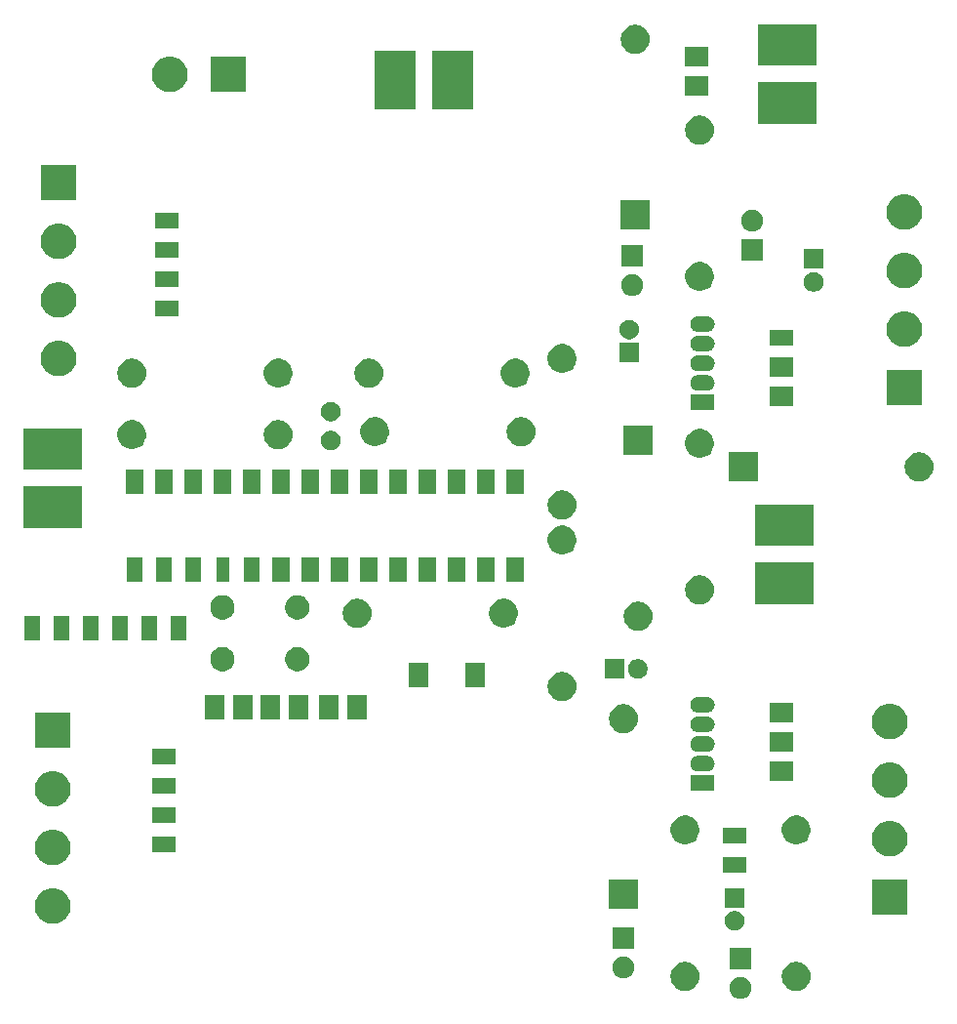
<source format=gbr>
G04 #@! TF.GenerationSoftware,KiCad,Pcbnew,(5.1.2)-2*
G04 #@! TF.CreationDate,2020-01-26T17:34:48+07:00*
G04 #@! TF.ProjectId,power_electronic,706f7765-725f-4656-9c65-6374726f6e69,rev?*
G04 #@! TF.SameCoordinates,Original*
G04 #@! TF.FileFunction,Soldermask,Bot*
G04 #@! TF.FilePolarity,Negative*
%FSLAX46Y46*%
G04 Gerber Fmt 4.6, Leading zero omitted, Abs format (unit mm)*
G04 Created by KiCad (PCBNEW (5.1.2)-2) date 2020-01-26 17:34:48*
%MOMM*%
%LPD*%
G04 APERTURE LIST*
%ADD10C,0.100000*%
G04 APERTURE END LIST*
D10*
G36*
X152677395Y-132435546D02*
G01*
X152850466Y-132507234D01*
X152850467Y-132507235D01*
X153006227Y-132611310D01*
X153138690Y-132743773D01*
X153138691Y-132743775D01*
X153242766Y-132899534D01*
X153314454Y-133072605D01*
X153351000Y-133256333D01*
X153351000Y-133443667D01*
X153314454Y-133627395D01*
X153242766Y-133800466D01*
X153242765Y-133800467D01*
X153138690Y-133956227D01*
X153006227Y-134088690D01*
X152927818Y-134141081D01*
X152850466Y-134192766D01*
X152677395Y-134264454D01*
X152493667Y-134301000D01*
X152306333Y-134301000D01*
X152122605Y-134264454D01*
X151949534Y-134192766D01*
X151872182Y-134141081D01*
X151793773Y-134088690D01*
X151661310Y-133956227D01*
X151557235Y-133800467D01*
X151557234Y-133800466D01*
X151485546Y-133627395D01*
X151449000Y-133443667D01*
X151449000Y-133256333D01*
X151485546Y-133072605D01*
X151557234Y-132899534D01*
X151661309Y-132743775D01*
X151661310Y-132743773D01*
X151793773Y-132611310D01*
X151949533Y-132507235D01*
X151949534Y-132507234D01*
X152122605Y-132435546D01*
X152306333Y-132399000D01*
X152493667Y-132399000D01*
X152677395Y-132435546D01*
X152677395Y-132435546D01*
G37*
G36*
X157471239Y-131101101D02*
G01*
X157707053Y-131172634D01*
X157924381Y-131288799D01*
X158114871Y-131445129D01*
X158271201Y-131635619D01*
X158387366Y-131852947D01*
X158458899Y-132088761D01*
X158483053Y-132334000D01*
X158458899Y-132579239D01*
X158387366Y-132815053D01*
X158271201Y-133032381D01*
X158114871Y-133222871D01*
X157924381Y-133379201D01*
X157707053Y-133495366D01*
X157471239Y-133566899D01*
X157287457Y-133585000D01*
X157164543Y-133585000D01*
X156980761Y-133566899D01*
X156744947Y-133495366D01*
X156527619Y-133379201D01*
X156337129Y-133222871D01*
X156180799Y-133032381D01*
X156064634Y-132815053D01*
X155993101Y-132579239D01*
X155968947Y-132334000D01*
X155993101Y-132088761D01*
X156064634Y-131852947D01*
X156180799Y-131635619D01*
X156337129Y-131445129D01*
X156527619Y-131288799D01*
X156744947Y-131172634D01*
X156980761Y-131101101D01*
X157164543Y-131083000D01*
X157287457Y-131083000D01*
X157471239Y-131101101D01*
X157471239Y-131101101D01*
G37*
G36*
X147819239Y-131101101D02*
G01*
X148055053Y-131172634D01*
X148272381Y-131288799D01*
X148462871Y-131445129D01*
X148619201Y-131635619D01*
X148735366Y-131852947D01*
X148806899Y-132088761D01*
X148831053Y-132334000D01*
X148806899Y-132579239D01*
X148735366Y-132815053D01*
X148619201Y-133032381D01*
X148462871Y-133222871D01*
X148272381Y-133379201D01*
X148055053Y-133495366D01*
X147819239Y-133566899D01*
X147635457Y-133585000D01*
X147512543Y-133585000D01*
X147328761Y-133566899D01*
X147092947Y-133495366D01*
X146875619Y-133379201D01*
X146685129Y-133222871D01*
X146528799Y-133032381D01*
X146412634Y-132815053D01*
X146341101Y-132579239D01*
X146316947Y-132334000D01*
X146341101Y-132088761D01*
X146412634Y-131852947D01*
X146528799Y-131635619D01*
X146685129Y-131445129D01*
X146875619Y-131288799D01*
X147092947Y-131172634D01*
X147328761Y-131101101D01*
X147512543Y-131083000D01*
X147635457Y-131083000D01*
X147819239Y-131101101D01*
X147819239Y-131101101D01*
G37*
G36*
X142517395Y-130657546D02*
G01*
X142690466Y-130729234D01*
X142690467Y-130729235D01*
X142846227Y-130833310D01*
X142978690Y-130965773D01*
X142978691Y-130965775D01*
X143082766Y-131121534D01*
X143154454Y-131294605D01*
X143191000Y-131478333D01*
X143191000Y-131665667D01*
X143154454Y-131849395D01*
X143082766Y-132022466D01*
X143082765Y-132022467D01*
X142978690Y-132178227D01*
X142846227Y-132310690D01*
X142811341Y-132334000D01*
X142690466Y-132414766D01*
X142517395Y-132486454D01*
X142333667Y-132523000D01*
X142146333Y-132523000D01*
X141962605Y-132486454D01*
X141789534Y-132414766D01*
X141668659Y-132334000D01*
X141633773Y-132310690D01*
X141501310Y-132178227D01*
X141397235Y-132022467D01*
X141397234Y-132022466D01*
X141325546Y-131849395D01*
X141289000Y-131665667D01*
X141289000Y-131478333D01*
X141325546Y-131294605D01*
X141397234Y-131121534D01*
X141501309Y-130965775D01*
X141501310Y-130965773D01*
X141633773Y-130833310D01*
X141789533Y-130729235D01*
X141789534Y-130729234D01*
X141962605Y-130657546D01*
X142146333Y-130621000D01*
X142333667Y-130621000D01*
X142517395Y-130657546D01*
X142517395Y-130657546D01*
G37*
G36*
X153351000Y-131761000D02*
G01*
X151449000Y-131761000D01*
X151449000Y-129859000D01*
X153351000Y-129859000D01*
X153351000Y-131761000D01*
X153351000Y-131761000D01*
G37*
G36*
X143191000Y-129983000D02*
G01*
X141289000Y-129983000D01*
X141289000Y-128081000D01*
X143191000Y-128081000D01*
X143191000Y-129983000D01*
X143191000Y-129983000D01*
G37*
G36*
X152140228Y-126689703D02*
G01*
X152295100Y-126753853D01*
X152434481Y-126846985D01*
X152553015Y-126965519D01*
X152646147Y-127104900D01*
X152710297Y-127259772D01*
X152743000Y-127424184D01*
X152743000Y-127591816D01*
X152710297Y-127756228D01*
X152646147Y-127911100D01*
X152553015Y-128050481D01*
X152434481Y-128169015D01*
X152295100Y-128262147D01*
X152140228Y-128326297D01*
X151975816Y-128359000D01*
X151808184Y-128359000D01*
X151643772Y-128326297D01*
X151488900Y-128262147D01*
X151349519Y-128169015D01*
X151230985Y-128050481D01*
X151137853Y-127911100D01*
X151073703Y-127756228D01*
X151041000Y-127591816D01*
X151041000Y-127424184D01*
X151073703Y-127259772D01*
X151137853Y-127104900D01*
X151230985Y-126965519D01*
X151349519Y-126846985D01*
X151488900Y-126753853D01*
X151643772Y-126689703D01*
X151808184Y-126657000D01*
X151975816Y-126657000D01*
X152140228Y-126689703D01*
X152140228Y-126689703D01*
G37*
G36*
X93012585Y-124716802D02*
G01*
X93162410Y-124746604D01*
X93444674Y-124863521D01*
X93698705Y-125033259D01*
X93914741Y-125249295D01*
X94084479Y-125503326D01*
X94201396Y-125785590D01*
X94201396Y-125785591D01*
X94261000Y-126085239D01*
X94261000Y-126390761D01*
X94231198Y-126540585D01*
X94201396Y-126690410D01*
X94084479Y-126972674D01*
X93914741Y-127226705D01*
X93698705Y-127442741D01*
X93444674Y-127612479D01*
X93162410Y-127729396D01*
X93027516Y-127756228D01*
X92862761Y-127789000D01*
X92557239Y-127789000D01*
X92392484Y-127756228D01*
X92257590Y-127729396D01*
X91975326Y-127612479D01*
X91721295Y-127442741D01*
X91505259Y-127226705D01*
X91335521Y-126972674D01*
X91218604Y-126690410D01*
X91188802Y-126540585D01*
X91159000Y-126390761D01*
X91159000Y-126085239D01*
X91218604Y-125785591D01*
X91218604Y-125785590D01*
X91335521Y-125503326D01*
X91505259Y-125249295D01*
X91721295Y-125033259D01*
X91975326Y-124863521D01*
X92257590Y-124746604D01*
X92407415Y-124716802D01*
X92557239Y-124687000D01*
X92862761Y-124687000D01*
X93012585Y-124716802D01*
X93012585Y-124716802D01*
G37*
G36*
X166905000Y-127027000D02*
G01*
X163803000Y-127027000D01*
X163803000Y-123925000D01*
X166905000Y-123925000D01*
X166905000Y-127027000D01*
X166905000Y-127027000D01*
G37*
G36*
X143491000Y-126473000D02*
G01*
X140989000Y-126473000D01*
X140989000Y-123971000D01*
X143491000Y-123971000D01*
X143491000Y-126473000D01*
X143491000Y-126473000D01*
G37*
G36*
X152743000Y-126359000D02*
G01*
X151041000Y-126359000D01*
X151041000Y-124657000D01*
X152743000Y-124657000D01*
X152743000Y-126359000D01*
X152743000Y-126359000D01*
G37*
G36*
X152943000Y-123383000D02*
G01*
X150841000Y-123383000D01*
X150841000Y-121981000D01*
X152943000Y-121981000D01*
X152943000Y-123383000D01*
X152943000Y-123383000D01*
G37*
G36*
X93012585Y-119636802D02*
G01*
X93162410Y-119666604D01*
X93444674Y-119783521D01*
X93698705Y-119953259D01*
X93914741Y-120169295D01*
X94084479Y-120423326D01*
X94201396Y-120705590D01*
X94229804Y-120848409D01*
X94261000Y-121005239D01*
X94261000Y-121310761D01*
X94231198Y-121460585D01*
X94201396Y-121610410D01*
X94084479Y-121892674D01*
X93914741Y-122146705D01*
X93698705Y-122362741D01*
X93444674Y-122532479D01*
X93162410Y-122649396D01*
X93012585Y-122679198D01*
X92862761Y-122709000D01*
X92557239Y-122709000D01*
X92407415Y-122679198D01*
X92257590Y-122649396D01*
X91975326Y-122532479D01*
X91721295Y-122362741D01*
X91505259Y-122146705D01*
X91335521Y-121892674D01*
X91218604Y-121610410D01*
X91188802Y-121460585D01*
X91159000Y-121310761D01*
X91159000Y-121005239D01*
X91190196Y-120848409D01*
X91218604Y-120705590D01*
X91335521Y-120423326D01*
X91505259Y-120169295D01*
X91721295Y-119953259D01*
X91975326Y-119783521D01*
X92257590Y-119666604D01*
X92407415Y-119636802D01*
X92557239Y-119607000D01*
X92862761Y-119607000D01*
X93012585Y-119636802D01*
X93012585Y-119636802D01*
G37*
G36*
X165656585Y-118874802D02*
G01*
X165806410Y-118904604D01*
X166088674Y-119021521D01*
X166342705Y-119191259D01*
X166558741Y-119407295D01*
X166728479Y-119661326D01*
X166845396Y-119943590D01*
X166845396Y-119943591D01*
X166901685Y-120226571D01*
X166905000Y-120243240D01*
X166905000Y-120548760D01*
X166845396Y-120848410D01*
X166728479Y-121130674D01*
X166558741Y-121384705D01*
X166342705Y-121600741D01*
X166088674Y-121770479D01*
X165806410Y-121887396D01*
X165656585Y-121917198D01*
X165506761Y-121947000D01*
X165201239Y-121947000D01*
X165051415Y-121917198D01*
X164901590Y-121887396D01*
X164619326Y-121770479D01*
X164365295Y-121600741D01*
X164149259Y-121384705D01*
X163979521Y-121130674D01*
X163862604Y-120848410D01*
X163803000Y-120548760D01*
X163803000Y-120243240D01*
X163806316Y-120226571D01*
X163862604Y-119943591D01*
X163862604Y-119943590D01*
X163979521Y-119661326D01*
X164149259Y-119407295D01*
X164365295Y-119191259D01*
X164619326Y-119021521D01*
X164901590Y-118904604D01*
X165051415Y-118874802D01*
X165201239Y-118845000D01*
X165506761Y-118845000D01*
X165656585Y-118874802D01*
X165656585Y-118874802D01*
G37*
G36*
X103413000Y-121555000D02*
G01*
X101311000Y-121555000D01*
X101311000Y-120253000D01*
X103413000Y-120253000D01*
X103413000Y-121555000D01*
X103413000Y-121555000D01*
G37*
G36*
X147938903Y-118431075D02*
G01*
X148166571Y-118525378D01*
X148371466Y-118662285D01*
X148545715Y-118836534D01*
X148669320Y-119021521D01*
X148682623Y-119041431D01*
X148776925Y-119269097D01*
X148825000Y-119510786D01*
X148825000Y-119757214D01*
X148776925Y-119998903D01*
X148706347Y-120169295D01*
X148682622Y-120226571D01*
X148545715Y-120431466D01*
X148371466Y-120605715D01*
X148166571Y-120742622D01*
X148166570Y-120742623D01*
X148166569Y-120742623D01*
X147938903Y-120836925D01*
X147697214Y-120885000D01*
X147450786Y-120885000D01*
X147209097Y-120836925D01*
X146981431Y-120742623D01*
X146981430Y-120742623D01*
X146981429Y-120742622D01*
X146776534Y-120605715D01*
X146602285Y-120431466D01*
X146465378Y-120226571D01*
X146441654Y-120169295D01*
X146371075Y-119998903D01*
X146323000Y-119757214D01*
X146323000Y-119510786D01*
X146371075Y-119269097D01*
X146465377Y-119041431D01*
X146478680Y-119021521D01*
X146602285Y-118836534D01*
X146776534Y-118662285D01*
X146981429Y-118525378D01*
X147209097Y-118431075D01*
X147450786Y-118383000D01*
X147697214Y-118383000D01*
X147938903Y-118431075D01*
X147938903Y-118431075D01*
G37*
G36*
X157590903Y-118431075D02*
G01*
X157818571Y-118525378D01*
X158023466Y-118662285D01*
X158197715Y-118836534D01*
X158321320Y-119021521D01*
X158334623Y-119041431D01*
X158428925Y-119269097D01*
X158477000Y-119510786D01*
X158477000Y-119757214D01*
X158428925Y-119998903D01*
X158358347Y-120169295D01*
X158334622Y-120226571D01*
X158197715Y-120431466D01*
X158023466Y-120605715D01*
X157818571Y-120742622D01*
X157818570Y-120742623D01*
X157818569Y-120742623D01*
X157590903Y-120836925D01*
X157349214Y-120885000D01*
X157102786Y-120885000D01*
X156861097Y-120836925D01*
X156633431Y-120742623D01*
X156633430Y-120742623D01*
X156633429Y-120742622D01*
X156428534Y-120605715D01*
X156254285Y-120431466D01*
X156117378Y-120226571D01*
X156093654Y-120169295D01*
X156023075Y-119998903D01*
X155975000Y-119757214D01*
X155975000Y-119510786D01*
X156023075Y-119269097D01*
X156117377Y-119041431D01*
X156130680Y-119021521D01*
X156254285Y-118836534D01*
X156428534Y-118662285D01*
X156633429Y-118525378D01*
X156861097Y-118431075D01*
X157102786Y-118383000D01*
X157349214Y-118383000D01*
X157590903Y-118431075D01*
X157590903Y-118431075D01*
G37*
G36*
X152943000Y-120843000D02*
G01*
X150841000Y-120843000D01*
X150841000Y-119441000D01*
X152943000Y-119441000D01*
X152943000Y-120843000D01*
X152943000Y-120843000D01*
G37*
G36*
X103413000Y-119015000D02*
G01*
X101311000Y-119015000D01*
X101311000Y-117713000D01*
X103413000Y-117713000D01*
X103413000Y-119015000D01*
X103413000Y-119015000D01*
G37*
G36*
X92971039Y-114548538D02*
G01*
X93162410Y-114586604D01*
X93444674Y-114703521D01*
X93698705Y-114873259D01*
X93914741Y-115089295D01*
X94084479Y-115343326D01*
X94201396Y-115625590D01*
X94201396Y-115625591D01*
X94261000Y-115925239D01*
X94261000Y-116230761D01*
X94231198Y-116380585D01*
X94201396Y-116530410D01*
X94084479Y-116812674D01*
X93914741Y-117066705D01*
X93698705Y-117282741D01*
X93444674Y-117452479D01*
X93162410Y-117569396D01*
X93012585Y-117599198D01*
X92862761Y-117629000D01*
X92557239Y-117629000D01*
X92407415Y-117599198D01*
X92257590Y-117569396D01*
X91975326Y-117452479D01*
X91721295Y-117282741D01*
X91505259Y-117066705D01*
X91335521Y-116812674D01*
X91218604Y-116530410D01*
X91188802Y-116380585D01*
X91159000Y-116230761D01*
X91159000Y-115925239D01*
X91218604Y-115625591D01*
X91218604Y-115625590D01*
X91335521Y-115343326D01*
X91505259Y-115089295D01*
X91721295Y-114873259D01*
X91975326Y-114703521D01*
X92257590Y-114586604D01*
X92448961Y-114548538D01*
X92557239Y-114527000D01*
X92862761Y-114527000D01*
X92971039Y-114548538D01*
X92971039Y-114548538D01*
G37*
G36*
X165656585Y-113794802D02*
G01*
X165806410Y-113824604D01*
X166088674Y-113941521D01*
X166342705Y-114111259D01*
X166558741Y-114327295D01*
X166728479Y-114581326D01*
X166845396Y-114863590D01*
X166875198Y-115013415D01*
X166890292Y-115089295D01*
X166905000Y-115163240D01*
X166905000Y-115468760D01*
X166845396Y-115768410D01*
X166728479Y-116050674D01*
X166558741Y-116304705D01*
X166342705Y-116520741D01*
X166088674Y-116690479D01*
X165806410Y-116807396D01*
X165656585Y-116837198D01*
X165506761Y-116867000D01*
X165201239Y-116867000D01*
X165051415Y-116837198D01*
X164901590Y-116807396D01*
X164619326Y-116690479D01*
X164365295Y-116520741D01*
X164149259Y-116304705D01*
X163979521Y-116050674D01*
X163862604Y-115768410D01*
X163803000Y-115468760D01*
X163803000Y-115163240D01*
X163817709Y-115089295D01*
X163832802Y-115013415D01*
X163862604Y-114863590D01*
X163979521Y-114581326D01*
X164149259Y-114327295D01*
X164365295Y-114111259D01*
X164619326Y-113941521D01*
X164901590Y-113824604D01*
X165051415Y-113794802D01*
X165201239Y-113765000D01*
X165506761Y-113765000D01*
X165656585Y-113794802D01*
X165656585Y-113794802D01*
G37*
G36*
X103413000Y-116475000D02*
G01*
X101311000Y-116475000D01*
X101311000Y-115173000D01*
X103413000Y-115173000D01*
X103413000Y-116475000D01*
X103413000Y-116475000D01*
G37*
G36*
X150149000Y-116258500D02*
G01*
X148047000Y-116258500D01*
X148047000Y-114881500D01*
X150149000Y-114881500D01*
X150149000Y-116258500D01*
X150149000Y-116258500D01*
G37*
G36*
X157007000Y-115405000D02*
G01*
X154905000Y-115405000D01*
X154905000Y-113703000D01*
X157007000Y-113703000D01*
X157007000Y-115405000D01*
X157007000Y-115405000D01*
G37*
G36*
X149514551Y-113183492D02*
G01*
X149595470Y-113191462D01*
X149725252Y-113230831D01*
X149774645Y-113257233D01*
X149844860Y-113294763D01*
X149949699Y-113380801D01*
X150035736Y-113485639D01*
X150099669Y-113605248D01*
X150139038Y-113735030D01*
X150152331Y-113870000D01*
X150139038Y-114004970D01*
X150099669Y-114134752D01*
X150099666Y-114134757D01*
X150035737Y-114254360D01*
X149949699Y-114359199D01*
X149844860Y-114445237D01*
X149774645Y-114482767D01*
X149725252Y-114509169D01*
X149595470Y-114548538D01*
X149514551Y-114556508D01*
X149494322Y-114558500D01*
X148701678Y-114558500D01*
X148681449Y-114556508D01*
X148600530Y-114548538D01*
X148470748Y-114509169D01*
X148421355Y-114482767D01*
X148351140Y-114445237D01*
X148246301Y-114359199D01*
X148160263Y-114254360D01*
X148096334Y-114134757D01*
X148096331Y-114134752D01*
X148056962Y-114004970D01*
X148043669Y-113870000D01*
X148056962Y-113735030D01*
X148096331Y-113605248D01*
X148160264Y-113485639D01*
X148246301Y-113380801D01*
X148351140Y-113294763D01*
X148421355Y-113257233D01*
X148470748Y-113230831D01*
X148600530Y-113191462D01*
X148681449Y-113183492D01*
X148701678Y-113181500D01*
X149494322Y-113181500D01*
X149514551Y-113183492D01*
X149514551Y-113183492D01*
G37*
G36*
X103413000Y-113935000D02*
G01*
X101311000Y-113935000D01*
X101311000Y-112633000D01*
X103413000Y-112633000D01*
X103413000Y-113935000D01*
X103413000Y-113935000D01*
G37*
G36*
X157007000Y-112865000D02*
G01*
X154905000Y-112865000D01*
X154905000Y-111163000D01*
X157007000Y-111163000D01*
X157007000Y-112865000D01*
X157007000Y-112865000D01*
G37*
G36*
X149514551Y-111483492D02*
G01*
X149595470Y-111491462D01*
X149725252Y-111530831D01*
X149774645Y-111557233D01*
X149844860Y-111594763D01*
X149949699Y-111680801D01*
X150035737Y-111785640D01*
X150073267Y-111855855D01*
X150099669Y-111905248D01*
X150139038Y-112035030D01*
X150152331Y-112170000D01*
X150139038Y-112304970D01*
X150099669Y-112434752D01*
X150099666Y-112434757D01*
X150035737Y-112554360D01*
X149949699Y-112659199D01*
X149844860Y-112745237D01*
X149774645Y-112782767D01*
X149725252Y-112809169D01*
X149595470Y-112848538D01*
X149514551Y-112856508D01*
X149494322Y-112858500D01*
X148701678Y-112858500D01*
X148681449Y-112856508D01*
X148600530Y-112848538D01*
X148470748Y-112809169D01*
X148421355Y-112782767D01*
X148351140Y-112745237D01*
X148246301Y-112659199D01*
X148160263Y-112554360D01*
X148096334Y-112434757D01*
X148096331Y-112434752D01*
X148056962Y-112304970D01*
X148043669Y-112170000D01*
X148056962Y-112035030D01*
X148096331Y-111905248D01*
X148122733Y-111855855D01*
X148160263Y-111785640D01*
X148246301Y-111680801D01*
X148351140Y-111594763D01*
X148421355Y-111557233D01*
X148470748Y-111530831D01*
X148600530Y-111491462D01*
X148681449Y-111483492D01*
X148701678Y-111481500D01*
X149494322Y-111481500D01*
X149514551Y-111483492D01*
X149514551Y-111483492D01*
G37*
G36*
X94261000Y-112549000D02*
G01*
X91159000Y-112549000D01*
X91159000Y-109447000D01*
X94261000Y-109447000D01*
X94261000Y-112549000D01*
X94261000Y-112549000D01*
G37*
G36*
X165656585Y-108714802D02*
G01*
X165806410Y-108744604D01*
X166088674Y-108861521D01*
X166342705Y-109031259D01*
X166558741Y-109247295D01*
X166728479Y-109501326D01*
X166845396Y-109783590D01*
X166905000Y-110083240D01*
X166905000Y-110388760D01*
X166845396Y-110688410D01*
X166728479Y-110970674D01*
X166558741Y-111224705D01*
X166342705Y-111440741D01*
X166088674Y-111610479D01*
X165806410Y-111727396D01*
X165656585Y-111757198D01*
X165506761Y-111787000D01*
X165201239Y-111787000D01*
X165051415Y-111757198D01*
X164901590Y-111727396D01*
X164619326Y-111610479D01*
X164365295Y-111440741D01*
X164149259Y-111224705D01*
X163979521Y-110970674D01*
X163862604Y-110688410D01*
X163803000Y-110388760D01*
X163803000Y-110083240D01*
X163862604Y-109783590D01*
X163979521Y-109501326D01*
X164149259Y-109247295D01*
X164365295Y-109031259D01*
X164619326Y-108861521D01*
X164901590Y-108744604D01*
X165051415Y-108714802D01*
X165201239Y-108685000D01*
X165506761Y-108685000D01*
X165656585Y-108714802D01*
X165656585Y-108714802D01*
G37*
G36*
X142485239Y-108749101D02*
G01*
X142721053Y-108820634D01*
X142938381Y-108936799D01*
X143128871Y-109093129D01*
X143285201Y-109283619D01*
X143401366Y-109500947D01*
X143472899Y-109736761D01*
X143497053Y-109982000D01*
X143472899Y-110227239D01*
X143401366Y-110463053D01*
X143285201Y-110680381D01*
X143128871Y-110870871D01*
X142938381Y-111027201D01*
X142721053Y-111143366D01*
X142485239Y-111214899D01*
X142301457Y-111233000D01*
X142178543Y-111233000D01*
X141994761Y-111214899D01*
X141758947Y-111143366D01*
X141541619Y-111027201D01*
X141351129Y-110870871D01*
X141194799Y-110680381D01*
X141078634Y-110463053D01*
X141007101Y-110227239D01*
X140982947Y-109982000D01*
X141007101Y-109736761D01*
X141078634Y-109500947D01*
X141194799Y-109283619D01*
X141351129Y-109093129D01*
X141541619Y-108936799D01*
X141758947Y-108820634D01*
X141994761Y-108749101D01*
X142178543Y-108731000D01*
X142301457Y-108731000D01*
X142485239Y-108749101D01*
X142485239Y-108749101D01*
G37*
G36*
X149514551Y-109783492D02*
G01*
X149595470Y-109791462D01*
X149725252Y-109830831D01*
X149774645Y-109857233D01*
X149844860Y-109894763D01*
X149949699Y-109980801D01*
X150033767Y-110083240D01*
X150035736Y-110085639D01*
X150099669Y-110205248D01*
X150139038Y-110335030D01*
X150152331Y-110470000D01*
X150139038Y-110604970D01*
X150099669Y-110734752D01*
X150099666Y-110734757D01*
X150035737Y-110854360D01*
X149949699Y-110959199D01*
X149844860Y-111045237D01*
X149774645Y-111082767D01*
X149725252Y-111109169D01*
X149595470Y-111148538D01*
X149514551Y-111156508D01*
X149494322Y-111158500D01*
X148701678Y-111158500D01*
X148681449Y-111156508D01*
X148600530Y-111148538D01*
X148470748Y-111109169D01*
X148421355Y-111082767D01*
X148351140Y-111045237D01*
X148246301Y-110959199D01*
X148160263Y-110854360D01*
X148096334Y-110734757D01*
X148096331Y-110734752D01*
X148056962Y-110604970D01*
X148043669Y-110470000D01*
X148056962Y-110335030D01*
X148096331Y-110205248D01*
X148160264Y-110085639D01*
X148162233Y-110083240D01*
X148246301Y-109980801D01*
X148351140Y-109894763D01*
X148421355Y-109857233D01*
X148470748Y-109830831D01*
X148600530Y-109791462D01*
X148681449Y-109783492D01*
X148701678Y-109781500D01*
X149494322Y-109781500D01*
X149514551Y-109783492D01*
X149514551Y-109783492D01*
G37*
G36*
X157007000Y-110325000D02*
G01*
X154905000Y-110325000D01*
X154905000Y-108623000D01*
X157007000Y-108623000D01*
X157007000Y-110325000D01*
X157007000Y-110325000D01*
G37*
G36*
X107571000Y-110017000D02*
G01*
X105869000Y-110017000D01*
X105869000Y-107915000D01*
X107571000Y-107915000D01*
X107571000Y-110017000D01*
X107571000Y-110017000D01*
G37*
G36*
X110071000Y-110017000D02*
G01*
X108369000Y-110017000D01*
X108369000Y-107915000D01*
X110071000Y-107915000D01*
X110071000Y-110017000D01*
X110071000Y-110017000D01*
G37*
G36*
X112397000Y-110017000D02*
G01*
X110695000Y-110017000D01*
X110695000Y-107915000D01*
X112397000Y-107915000D01*
X112397000Y-110017000D01*
X112397000Y-110017000D01*
G37*
G36*
X117477000Y-110017000D02*
G01*
X115775000Y-110017000D01*
X115775000Y-107915000D01*
X117477000Y-107915000D01*
X117477000Y-110017000D01*
X117477000Y-110017000D01*
G37*
G36*
X114897000Y-110017000D02*
G01*
X113195000Y-110017000D01*
X113195000Y-107915000D01*
X114897000Y-107915000D01*
X114897000Y-110017000D01*
X114897000Y-110017000D01*
G37*
G36*
X119977000Y-110017000D02*
G01*
X118275000Y-110017000D01*
X118275000Y-107915000D01*
X119977000Y-107915000D01*
X119977000Y-110017000D01*
X119977000Y-110017000D01*
G37*
G36*
X149514551Y-108083492D02*
G01*
X149595470Y-108091462D01*
X149725252Y-108130831D01*
X149774645Y-108157233D01*
X149844860Y-108194763D01*
X149949699Y-108280801D01*
X150035736Y-108385639D01*
X150099669Y-108505248D01*
X150139038Y-108635030D01*
X150152331Y-108770000D01*
X150139038Y-108904970D01*
X150099669Y-109034752D01*
X150099666Y-109034757D01*
X150035737Y-109154360D01*
X149949699Y-109259199D01*
X149844860Y-109345237D01*
X149774645Y-109382767D01*
X149725252Y-109409169D01*
X149595470Y-109448538D01*
X149514551Y-109456508D01*
X149494322Y-109458500D01*
X148701678Y-109458500D01*
X148681449Y-109456508D01*
X148600530Y-109448538D01*
X148470748Y-109409169D01*
X148421355Y-109382767D01*
X148351140Y-109345237D01*
X148246301Y-109259199D01*
X148160263Y-109154360D01*
X148096334Y-109034757D01*
X148096331Y-109034752D01*
X148056962Y-108904970D01*
X148043669Y-108770000D01*
X148056962Y-108635030D01*
X148096331Y-108505248D01*
X148160264Y-108385639D01*
X148246301Y-108280801D01*
X148351140Y-108194763D01*
X148421355Y-108157233D01*
X148470748Y-108130831D01*
X148600530Y-108091462D01*
X148681449Y-108083492D01*
X148701678Y-108081500D01*
X149494322Y-108081500D01*
X149514551Y-108083492D01*
X149514551Y-108083492D01*
G37*
G36*
X137151239Y-105955101D02*
G01*
X137387053Y-106026634D01*
X137604381Y-106142799D01*
X137794871Y-106299129D01*
X137951201Y-106489619D01*
X138067366Y-106706947D01*
X138138899Y-106942761D01*
X138163053Y-107188000D01*
X138138899Y-107433239D01*
X138067366Y-107669053D01*
X137951201Y-107886381D01*
X137794871Y-108076871D01*
X137604381Y-108233201D01*
X137387053Y-108349366D01*
X137151239Y-108420899D01*
X136967457Y-108439000D01*
X136844543Y-108439000D01*
X136660761Y-108420899D01*
X136424947Y-108349366D01*
X136207619Y-108233201D01*
X136017129Y-108076871D01*
X135860799Y-107886381D01*
X135744634Y-107669053D01*
X135673101Y-107433239D01*
X135648947Y-107188000D01*
X135673101Y-106942761D01*
X135744634Y-106706947D01*
X135860799Y-106489619D01*
X136017129Y-106299129D01*
X136207619Y-106142799D01*
X136424947Y-106026634D01*
X136660761Y-105955101D01*
X136844543Y-105937000D01*
X136967457Y-105937000D01*
X137151239Y-105955101D01*
X137151239Y-105955101D01*
G37*
G36*
X130191000Y-107223000D02*
G01*
X128489000Y-107223000D01*
X128489000Y-105121000D01*
X130191000Y-105121000D01*
X130191000Y-107223000D01*
X130191000Y-107223000D01*
G37*
G36*
X125311000Y-107223000D02*
G01*
X123609000Y-107223000D01*
X123609000Y-105121000D01*
X125311000Y-105121000D01*
X125311000Y-107223000D01*
X125311000Y-107223000D01*
G37*
G36*
X143726228Y-104845703D02*
G01*
X143881100Y-104909853D01*
X144020481Y-105002985D01*
X144139015Y-105121519D01*
X144232147Y-105260900D01*
X144296297Y-105415772D01*
X144329000Y-105580184D01*
X144329000Y-105747816D01*
X144296297Y-105912228D01*
X144232147Y-106067100D01*
X144139015Y-106206481D01*
X144020481Y-106325015D01*
X143881100Y-106418147D01*
X143726228Y-106482297D01*
X143561816Y-106515000D01*
X143394184Y-106515000D01*
X143229772Y-106482297D01*
X143074900Y-106418147D01*
X142935519Y-106325015D01*
X142816985Y-106206481D01*
X142723853Y-106067100D01*
X142659703Y-105912228D01*
X142627000Y-105747816D01*
X142627000Y-105580184D01*
X142659703Y-105415772D01*
X142723853Y-105260900D01*
X142816985Y-105121519D01*
X142935519Y-105002985D01*
X143074900Y-104909853D01*
X143229772Y-104845703D01*
X143394184Y-104813000D01*
X143561816Y-104813000D01*
X143726228Y-104845703D01*
X143726228Y-104845703D01*
G37*
G36*
X142329000Y-106515000D02*
G01*
X140627000Y-106515000D01*
X140627000Y-104813000D01*
X142329000Y-104813000D01*
X142329000Y-106515000D01*
X142329000Y-106515000D01*
G37*
G36*
X107748564Y-103819389D02*
G01*
X107939833Y-103898615D01*
X107939835Y-103898616D01*
X108111973Y-104013635D01*
X108258365Y-104160027D01*
X108373385Y-104332167D01*
X108452611Y-104523436D01*
X108493000Y-104726484D01*
X108493000Y-104933516D01*
X108452611Y-105136564D01*
X108401109Y-105260900D01*
X108373384Y-105327835D01*
X108258365Y-105499973D01*
X108111973Y-105646365D01*
X107939835Y-105761384D01*
X107939834Y-105761385D01*
X107939833Y-105761385D01*
X107748564Y-105840611D01*
X107545516Y-105881000D01*
X107338484Y-105881000D01*
X107135436Y-105840611D01*
X106944167Y-105761385D01*
X106944166Y-105761385D01*
X106944165Y-105761384D01*
X106772027Y-105646365D01*
X106625635Y-105499973D01*
X106510616Y-105327835D01*
X106482891Y-105260900D01*
X106431389Y-105136564D01*
X106391000Y-104933516D01*
X106391000Y-104726484D01*
X106431389Y-104523436D01*
X106510615Y-104332167D01*
X106625635Y-104160027D01*
X106772027Y-104013635D01*
X106944165Y-103898616D01*
X106944167Y-103898615D01*
X107135436Y-103819389D01*
X107338484Y-103779000D01*
X107545516Y-103779000D01*
X107748564Y-103819389D01*
X107748564Y-103819389D01*
G37*
G36*
X114248564Y-103819389D02*
G01*
X114439833Y-103898615D01*
X114439835Y-103898616D01*
X114611973Y-104013635D01*
X114758365Y-104160027D01*
X114873385Y-104332167D01*
X114952611Y-104523436D01*
X114993000Y-104726484D01*
X114993000Y-104933516D01*
X114952611Y-105136564D01*
X114901109Y-105260900D01*
X114873384Y-105327835D01*
X114758365Y-105499973D01*
X114611973Y-105646365D01*
X114439835Y-105761384D01*
X114439834Y-105761385D01*
X114439833Y-105761385D01*
X114248564Y-105840611D01*
X114045516Y-105881000D01*
X113838484Y-105881000D01*
X113635436Y-105840611D01*
X113444167Y-105761385D01*
X113444166Y-105761385D01*
X113444165Y-105761384D01*
X113272027Y-105646365D01*
X113125635Y-105499973D01*
X113010616Y-105327835D01*
X112982891Y-105260900D01*
X112931389Y-105136564D01*
X112891000Y-104933516D01*
X112891000Y-104726484D01*
X112931389Y-104523436D01*
X113010615Y-104332167D01*
X113125635Y-104160027D01*
X113272027Y-104013635D01*
X113444165Y-103898616D01*
X113444167Y-103898615D01*
X113635436Y-103819389D01*
X113838484Y-103779000D01*
X114045516Y-103779000D01*
X114248564Y-103819389D01*
X114248564Y-103819389D01*
G37*
G36*
X94123000Y-103159000D02*
G01*
X92821000Y-103159000D01*
X92821000Y-101057000D01*
X94123000Y-101057000D01*
X94123000Y-103159000D01*
X94123000Y-103159000D01*
G37*
G36*
X99203000Y-103159000D02*
G01*
X97901000Y-103159000D01*
X97901000Y-101057000D01*
X99203000Y-101057000D01*
X99203000Y-103159000D01*
X99203000Y-103159000D01*
G37*
G36*
X96663000Y-103159000D02*
G01*
X95361000Y-103159000D01*
X95361000Y-101057000D01*
X96663000Y-101057000D01*
X96663000Y-103159000D01*
X96663000Y-103159000D01*
G37*
G36*
X91583000Y-103159000D02*
G01*
X90281000Y-103159000D01*
X90281000Y-101057000D01*
X91583000Y-101057000D01*
X91583000Y-103159000D01*
X91583000Y-103159000D01*
G37*
G36*
X104283000Y-103159000D02*
G01*
X102981000Y-103159000D01*
X102981000Y-101057000D01*
X104283000Y-101057000D01*
X104283000Y-103159000D01*
X104283000Y-103159000D01*
G37*
G36*
X101743000Y-103159000D02*
G01*
X100441000Y-103159000D01*
X100441000Y-101057000D01*
X101743000Y-101057000D01*
X101743000Y-103159000D01*
X101743000Y-103159000D01*
G37*
G36*
X143755239Y-99859101D02*
G01*
X143991053Y-99930634D01*
X144208381Y-100046799D01*
X144398871Y-100203129D01*
X144555201Y-100393619D01*
X144671366Y-100610947D01*
X144742899Y-100846761D01*
X144767053Y-101092000D01*
X144742899Y-101337239D01*
X144671366Y-101573053D01*
X144555201Y-101790381D01*
X144398871Y-101980871D01*
X144208381Y-102137201D01*
X143991053Y-102253366D01*
X143755239Y-102324899D01*
X143571457Y-102343000D01*
X143448543Y-102343000D01*
X143264761Y-102324899D01*
X143028947Y-102253366D01*
X142811619Y-102137201D01*
X142621129Y-101980871D01*
X142464799Y-101790381D01*
X142348634Y-101573053D01*
X142277101Y-101337239D01*
X142252947Y-101092000D01*
X142277101Y-100846761D01*
X142348634Y-100610947D01*
X142464799Y-100393619D01*
X142621129Y-100203129D01*
X142811619Y-100046799D01*
X143028947Y-99930634D01*
X143264761Y-99859101D01*
X143448543Y-99841000D01*
X143571457Y-99841000D01*
X143755239Y-99859101D01*
X143755239Y-99859101D01*
G37*
G36*
X132190903Y-99635075D02*
G01*
X132291236Y-99676634D01*
X132418571Y-99729378D01*
X132623466Y-99866285D01*
X132797715Y-100040534D01*
X132934622Y-100245429D01*
X132934623Y-100245431D01*
X133028925Y-100473097D01*
X133056345Y-100610944D01*
X133077000Y-100714787D01*
X133077000Y-100961213D01*
X133028925Y-101202903D01*
X132934622Y-101430571D01*
X132797715Y-101635466D01*
X132623466Y-101809715D01*
X132418571Y-101946622D01*
X132418570Y-101946623D01*
X132418569Y-101946623D01*
X132190903Y-102040925D01*
X131949214Y-102089000D01*
X131702786Y-102089000D01*
X131461097Y-102040925D01*
X131233431Y-101946623D01*
X131233430Y-101946623D01*
X131233429Y-101946622D01*
X131028534Y-101809715D01*
X130854285Y-101635466D01*
X130717378Y-101430571D01*
X130623075Y-101202903D01*
X130575000Y-100961213D01*
X130575000Y-100714787D01*
X130595656Y-100610944D01*
X130623075Y-100473097D01*
X130717377Y-100245431D01*
X130717378Y-100245429D01*
X130854285Y-100040534D01*
X131028534Y-99866285D01*
X131233429Y-99729378D01*
X131360765Y-99676634D01*
X131461097Y-99635075D01*
X131702786Y-99587000D01*
X131949214Y-99587000D01*
X132190903Y-99635075D01*
X132190903Y-99635075D01*
G37*
G36*
X119371239Y-99605101D02*
G01*
X119607053Y-99676634D01*
X119824381Y-99792799D01*
X120014871Y-99949129D01*
X120171201Y-100139619D01*
X120287366Y-100356947D01*
X120358899Y-100592761D01*
X120383053Y-100838000D01*
X120358899Y-101083239D01*
X120287366Y-101319053D01*
X120171201Y-101536381D01*
X120014871Y-101726871D01*
X119824381Y-101883201D01*
X119607053Y-101999366D01*
X119371239Y-102070899D01*
X119187457Y-102089000D01*
X119064543Y-102089000D01*
X118880761Y-102070899D01*
X118644947Y-101999366D01*
X118427619Y-101883201D01*
X118237129Y-101726871D01*
X118080799Y-101536381D01*
X117964634Y-101319053D01*
X117893101Y-101083239D01*
X117868947Y-100838000D01*
X117893101Y-100592761D01*
X117964634Y-100356947D01*
X118080799Y-100139619D01*
X118237129Y-99949129D01*
X118427619Y-99792799D01*
X118644947Y-99676634D01*
X118880761Y-99605101D01*
X119064543Y-99587000D01*
X119187457Y-99587000D01*
X119371239Y-99605101D01*
X119371239Y-99605101D01*
G37*
G36*
X114248564Y-99319389D02*
G01*
X114439833Y-99398615D01*
X114439835Y-99398616D01*
X114598122Y-99504380D01*
X114611973Y-99513635D01*
X114758365Y-99660027D01*
X114873385Y-99832167D01*
X114952611Y-100023436D01*
X114993000Y-100226484D01*
X114993000Y-100433516D01*
X114952611Y-100636564D01*
X114920210Y-100714786D01*
X114873384Y-100827835D01*
X114758365Y-100999973D01*
X114611973Y-101146365D01*
X114439835Y-101261384D01*
X114439834Y-101261385D01*
X114439833Y-101261385D01*
X114248564Y-101340611D01*
X114045516Y-101381000D01*
X113838484Y-101381000D01*
X113635436Y-101340611D01*
X113444167Y-101261385D01*
X113444166Y-101261385D01*
X113444165Y-101261384D01*
X113272027Y-101146365D01*
X113125635Y-100999973D01*
X113010616Y-100827835D01*
X112963790Y-100714786D01*
X112931389Y-100636564D01*
X112891000Y-100433516D01*
X112891000Y-100226484D01*
X112931389Y-100023436D01*
X113010615Y-99832167D01*
X113125635Y-99660027D01*
X113272027Y-99513635D01*
X113285878Y-99504380D01*
X113444165Y-99398616D01*
X113444167Y-99398615D01*
X113635436Y-99319389D01*
X113838484Y-99279000D01*
X114045516Y-99279000D01*
X114248564Y-99319389D01*
X114248564Y-99319389D01*
G37*
G36*
X107748564Y-99319389D02*
G01*
X107939833Y-99398615D01*
X107939835Y-99398616D01*
X108098122Y-99504380D01*
X108111973Y-99513635D01*
X108258365Y-99660027D01*
X108373385Y-99832167D01*
X108452611Y-100023436D01*
X108493000Y-100226484D01*
X108493000Y-100433516D01*
X108452611Y-100636564D01*
X108420210Y-100714786D01*
X108373384Y-100827835D01*
X108258365Y-100999973D01*
X108111973Y-101146365D01*
X107939835Y-101261384D01*
X107939834Y-101261385D01*
X107939833Y-101261385D01*
X107748564Y-101340611D01*
X107545516Y-101381000D01*
X107338484Y-101381000D01*
X107135436Y-101340611D01*
X106944167Y-101261385D01*
X106944166Y-101261385D01*
X106944165Y-101261384D01*
X106772027Y-101146365D01*
X106625635Y-100999973D01*
X106510616Y-100827835D01*
X106463790Y-100714786D01*
X106431389Y-100636564D01*
X106391000Y-100433516D01*
X106391000Y-100226484D01*
X106431389Y-100023436D01*
X106510615Y-99832167D01*
X106625635Y-99660027D01*
X106772027Y-99513635D01*
X106785878Y-99504380D01*
X106944165Y-99398616D01*
X106944167Y-99398615D01*
X107135436Y-99319389D01*
X107338484Y-99279000D01*
X107545516Y-99279000D01*
X107748564Y-99319389D01*
X107748564Y-99319389D01*
G37*
G36*
X149089239Y-97573101D02*
G01*
X149325053Y-97644634D01*
X149542381Y-97760799D01*
X149732871Y-97917129D01*
X149889201Y-98107619D01*
X150005366Y-98324947D01*
X150076899Y-98560761D01*
X150101053Y-98806000D01*
X150076899Y-99051239D01*
X150005366Y-99287053D01*
X149889201Y-99504381D01*
X149732871Y-99694871D01*
X149542381Y-99851201D01*
X149325053Y-99967366D01*
X149089239Y-100038899D01*
X148905457Y-100057000D01*
X148782543Y-100057000D01*
X148598761Y-100038899D01*
X148362947Y-99967366D01*
X148145619Y-99851201D01*
X147955129Y-99694871D01*
X147798799Y-99504381D01*
X147682634Y-99287053D01*
X147611101Y-99051239D01*
X147586947Y-98806000D01*
X147611101Y-98560761D01*
X147682634Y-98324947D01*
X147798799Y-98107619D01*
X147955129Y-97917129D01*
X148145619Y-97760799D01*
X148362947Y-97644634D01*
X148598761Y-97573101D01*
X148782543Y-97555000D01*
X148905457Y-97555000D01*
X149089239Y-97573101D01*
X149089239Y-97573101D01*
G37*
G36*
X158761000Y-100019000D02*
G01*
X153659000Y-100019000D01*
X153659000Y-96417000D01*
X158761000Y-96417000D01*
X158761000Y-100019000D01*
X158761000Y-100019000D01*
G37*
G36*
X107993000Y-98079000D02*
G01*
X106891000Y-98079000D01*
X106891000Y-95977000D01*
X107993000Y-95977000D01*
X107993000Y-98079000D01*
X107993000Y-98079000D01*
G37*
G36*
X125973000Y-98079000D02*
G01*
X124471000Y-98079000D01*
X124471000Y-95977000D01*
X125973000Y-95977000D01*
X125973000Y-98079000D01*
X125973000Y-98079000D01*
G37*
G36*
X128513000Y-98079000D02*
G01*
X127011000Y-98079000D01*
X127011000Y-95977000D01*
X128513000Y-95977000D01*
X128513000Y-98079000D01*
X128513000Y-98079000D01*
G37*
G36*
X131053000Y-98079000D02*
G01*
X129551000Y-98079000D01*
X129551000Y-95977000D01*
X131053000Y-95977000D01*
X131053000Y-98079000D01*
X131053000Y-98079000D01*
G37*
G36*
X133593000Y-98079000D02*
G01*
X132091000Y-98079000D01*
X132091000Y-95977000D01*
X133593000Y-95977000D01*
X133593000Y-98079000D01*
X133593000Y-98079000D01*
G37*
G36*
X123433000Y-98079000D02*
G01*
X121931000Y-98079000D01*
X121931000Y-95977000D01*
X123433000Y-95977000D01*
X123433000Y-98079000D01*
X123433000Y-98079000D01*
G37*
G36*
X120893000Y-98079000D02*
G01*
X119391000Y-98079000D01*
X119391000Y-95977000D01*
X120893000Y-95977000D01*
X120893000Y-98079000D01*
X120893000Y-98079000D01*
G37*
G36*
X118353000Y-98079000D02*
G01*
X116851000Y-98079000D01*
X116851000Y-95977000D01*
X118353000Y-95977000D01*
X118353000Y-98079000D01*
X118353000Y-98079000D01*
G37*
G36*
X113273000Y-98079000D02*
G01*
X111771000Y-98079000D01*
X111771000Y-95977000D01*
X113273000Y-95977000D01*
X113273000Y-98079000D01*
X113273000Y-98079000D01*
G37*
G36*
X110633000Y-98079000D02*
G01*
X109331000Y-98079000D01*
X109331000Y-95977000D01*
X110633000Y-95977000D01*
X110633000Y-98079000D01*
X110633000Y-98079000D01*
G37*
G36*
X105553000Y-98079000D02*
G01*
X104251000Y-98079000D01*
X104251000Y-95977000D01*
X105553000Y-95977000D01*
X105553000Y-98079000D01*
X105553000Y-98079000D01*
G37*
G36*
X103013000Y-98079000D02*
G01*
X101711000Y-98079000D01*
X101711000Y-95977000D01*
X103013000Y-95977000D01*
X103013000Y-98079000D01*
X103013000Y-98079000D01*
G37*
G36*
X100473000Y-98079000D02*
G01*
X99171000Y-98079000D01*
X99171000Y-95977000D01*
X100473000Y-95977000D01*
X100473000Y-98079000D01*
X100473000Y-98079000D01*
G37*
G36*
X115813000Y-98079000D02*
G01*
X114311000Y-98079000D01*
X114311000Y-95977000D01*
X115813000Y-95977000D01*
X115813000Y-98079000D01*
X115813000Y-98079000D01*
G37*
G36*
X137270903Y-93285075D02*
G01*
X137498571Y-93379378D01*
X137703466Y-93516285D01*
X137877715Y-93690534D01*
X137877716Y-93690536D01*
X138014623Y-93895431D01*
X138108925Y-94123097D01*
X138157000Y-94364786D01*
X138157000Y-94611214D01*
X138108925Y-94852903D01*
X138040126Y-95019000D01*
X138014622Y-95080571D01*
X137877715Y-95285466D01*
X137703466Y-95459715D01*
X137498571Y-95596622D01*
X137498570Y-95596623D01*
X137498569Y-95596623D01*
X137270903Y-95690925D01*
X137029214Y-95739000D01*
X136782786Y-95739000D01*
X136541097Y-95690925D01*
X136313431Y-95596623D01*
X136313430Y-95596623D01*
X136313429Y-95596622D01*
X136108534Y-95459715D01*
X135934285Y-95285466D01*
X135797378Y-95080571D01*
X135771875Y-95019000D01*
X135703075Y-94852903D01*
X135655000Y-94611214D01*
X135655000Y-94364786D01*
X135703075Y-94123097D01*
X135797377Y-93895431D01*
X135934284Y-93690536D01*
X135934285Y-93690534D01*
X136108534Y-93516285D01*
X136313429Y-93379378D01*
X136541097Y-93285075D01*
X136782786Y-93237000D01*
X137029214Y-93237000D01*
X137270903Y-93285075D01*
X137270903Y-93285075D01*
G37*
G36*
X158761000Y-95019000D02*
G01*
X153659000Y-95019000D01*
X153659000Y-91417000D01*
X158761000Y-91417000D01*
X158761000Y-95019000D01*
X158761000Y-95019000D01*
G37*
G36*
X95261000Y-93415000D02*
G01*
X90159000Y-93415000D01*
X90159000Y-89813000D01*
X95261000Y-89813000D01*
X95261000Y-93415000D01*
X95261000Y-93415000D01*
G37*
G36*
X137151239Y-90207101D02*
G01*
X137387053Y-90278634D01*
X137604381Y-90394799D01*
X137794871Y-90551129D01*
X137951201Y-90741619D01*
X138067366Y-90958947D01*
X138138899Y-91194761D01*
X138163053Y-91440000D01*
X138138899Y-91685239D01*
X138067366Y-91921053D01*
X137951201Y-92138381D01*
X137794871Y-92328871D01*
X137604381Y-92485201D01*
X137387053Y-92601366D01*
X137151239Y-92672899D01*
X136967457Y-92691000D01*
X136844543Y-92691000D01*
X136660761Y-92672899D01*
X136424947Y-92601366D01*
X136207619Y-92485201D01*
X136017129Y-92328871D01*
X135860799Y-92138381D01*
X135744634Y-91921053D01*
X135673101Y-91685239D01*
X135648947Y-91440000D01*
X135673101Y-91194761D01*
X135744634Y-90958947D01*
X135860799Y-90741619D01*
X136017129Y-90551129D01*
X136207619Y-90394799D01*
X136424947Y-90278634D01*
X136660761Y-90207101D01*
X136844543Y-90189000D01*
X136967457Y-90189000D01*
X137151239Y-90207101D01*
X137151239Y-90207101D01*
G37*
G36*
X115813000Y-90459000D02*
G01*
X114311000Y-90459000D01*
X114311000Y-88357000D01*
X115813000Y-88357000D01*
X115813000Y-90459000D01*
X115813000Y-90459000D01*
G37*
G36*
X100573000Y-90459000D02*
G01*
X99071000Y-90459000D01*
X99071000Y-88357000D01*
X100573000Y-88357000D01*
X100573000Y-90459000D01*
X100573000Y-90459000D01*
G37*
G36*
X103113000Y-90459000D02*
G01*
X101611000Y-90459000D01*
X101611000Y-88357000D01*
X103113000Y-88357000D01*
X103113000Y-90459000D01*
X103113000Y-90459000D01*
G37*
G36*
X105653000Y-90459000D02*
G01*
X104151000Y-90459000D01*
X104151000Y-88357000D01*
X105653000Y-88357000D01*
X105653000Y-90459000D01*
X105653000Y-90459000D01*
G37*
G36*
X108193000Y-90459000D02*
G01*
X106691000Y-90459000D01*
X106691000Y-88357000D01*
X108193000Y-88357000D01*
X108193000Y-90459000D01*
X108193000Y-90459000D01*
G37*
G36*
X110733000Y-90459000D02*
G01*
X109231000Y-90459000D01*
X109231000Y-88357000D01*
X110733000Y-88357000D01*
X110733000Y-90459000D01*
X110733000Y-90459000D01*
G37*
G36*
X118353000Y-90459000D02*
G01*
X116851000Y-90459000D01*
X116851000Y-88357000D01*
X118353000Y-88357000D01*
X118353000Y-90459000D01*
X118353000Y-90459000D01*
G37*
G36*
X120893000Y-90459000D02*
G01*
X119391000Y-90459000D01*
X119391000Y-88357000D01*
X120893000Y-88357000D01*
X120893000Y-90459000D01*
X120893000Y-90459000D01*
G37*
G36*
X123433000Y-90459000D02*
G01*
X121931000Y-90459000D01*
X121931000Y-88357000D01*
X123433000Y-88357000D01*
X123433000Y-90459000D01*
X123433000Y-90459000D01*
G37*
G36*
X125973000Y-90459000D02*
G01*
X124471000Y-90459000D01*
X124471000Y-88357000D01*
X125973000Y-88357000D01*
X125973000Y-90459000D01*
X125973000Y-90459000D01*
G37*
G36*
X128513000Y-90459000D02*
G01*
X127011000Y-90459000D01*
X127011000Y-88357000D01*
X128513000Y-88357000D01*
X128513000Y-90459000D01*
X128513000Y-90459000D01*
G37*
G36*
X133593000Y-90459000D02*
G01*
X132091000Y-90459000D01*
X132091000Y-88357000D01*
X133593000Y-88357000D01*
X133593000Y-90459000D01*
X133593000Y-90459000D01*
G37*
G36*
X131053000Y-90459000D02*
G01*
X129551000Y-90459000D01*
X129551000Y-88357000D01*
X131053000Y-88357000D01*
X131053000Y-90459000D01*
X131053000Y-90459000D01*
G37*
G36*
X113273000Y-90459000D02*
G01*
X111771000Y-90459000D01*
X111771000Y-88357000D01*
X113273000Y-88357000D01*
X113273000Y-90459000D01*
X113273000Y-90459000D01*
G37*
G36*
X153905000Y-89389000D02*
G01*
X151403000Y-89389000D01*
X151403000Y-86887000D01*
X153905000Y-86887000D01*
X153905000Y-89389000D01*
X153905000Y-89389000D01*
G37*
G36*
X168139239Y-86905101D02*
G01*
X168375053Y-86976634D01*
X168592381Y-87092799D01*
X168782871Y-87249129D01*
X168939201Y-87439619D01*
X169055366Y-87656947D01*
X169126899Y-87892761D01*
X169151053Y-88138000D01*
X169126899Y-88383239D01*
X169055366Y-88619053D01*
X168939201Y-88836381D01*
X168782871Y-89026871D01*
X168592381Y-89183201D01*
X168375053Y-89299366D01*
X168139239Y-89370899D01*
X167955457Y-89389000D01*
X167832543Y-89389000D01*
X167648761Y-89370899D01*
X167412947Y-89299366D01*
X167195619Y-89183201D01*
X167005129Y-89026871D01*
X166848799Y-88836381D01*
X166732634Y-88619053D01*
X166661101Y-88383239D01*
X166636947Y-88138000D01*
X166661101Y-87892761D01*
X166732634Y-87656947D01*
X166848799Y-87439619D01*
X167005129Y-87249129D01*
X167195619Y-87092799D01*
X167412947Y-86976634D01*
X167648761Y-86905101D01*
X167832543Y-86887000D01*
X167955457Y-86887000D01*
X168139239Y-86905101D01*
X168139239Y-86905101D01*
G37*
G36*
X95261000Y-88415000D02*
G01*
X90159000Y-88415000D01*
X90159000Y-84813000D01*
X95261000Y-84813000D01*
X95261000Y-88415000D01*
X95261000Y-88415000D01*
G37*
G36*
X149208903Y-84903075D02*
G01*
X149362716Y-84966786D01*
X149436571Y-84997378D01*
X149641466Y-85134285D01*
X149815715Y-85308534D01*
X149909505Y-85448900D01*
X149952623Y-85513431D01*
X150046925Y-85741097D01*
X150095000Y-85982786D01*
X150095000Y-86229214D01*
X150046925Y-86470903D01*
X149964334Y-86670297D01*
X149952622Y-86698571D01*
X149815715Y-86903466D01*
X149641466Y-87077715D01*
X149436571Y-87214622D01*
X149436570Y-87214623D01*
X149436569Y-87214623D01*
X149208903Y-87308925D01*
X148967214Y-87357000D01*
X148720786Y-87357000D01*
X148479097Y-87308925D01*
X148251431Y-87214623D01*
X148251430Y-87214623D01*
X148251429Y-87214622D01*
X148046534Y-87077715D01*
X147872285Y-86903466D01*
X147735378Y-86698571D01*
X147723667Y-86670297D01*
X147641075Y-86470903D01*
X147593000Y-86229214D01*
X147593000Y-85982786D01*
X147641075Y-85741097D01*
X147735377Y-85513431D01*
X147778495Y-85448900D01*
X147872285Y-85308534D01*
X148046534Y-85134285D01*
X148251429Y-84997378D01*
X148325285Y-84966786D01*
X148479097Y-84903075D01*
X148720786Y-84855000D01*
X148967214Y-84855000D01*
X149208903Y-84903075D01*
X149208903Y-84903075D01*
G37*
G36*
X144761000Y-87103000D02*
G01*
X142259000Y-87103000D01*
X142259000Y-84601000D01*
X144761000Y-84601000D01*
X144761000Y-87103000D01*
X144761000Y-87103000D01*
G37*
G36*
X117088228Y-85033703D02*
G01*
X117243100Y-85097853D01*
X117382481Y-85190985D01*
X117501015Y-85309519D01*
X117594147Y-85448900D01*
X117658297Y-85603772D01*
X117691000Y-85768184D01*
X117691000Y-85935816D01*
X117658297Y-86100228D01*
X117594147Y-86255100D01*
X117501015Y-86394481D01*
X117382481Y-86513015D01*
X117243100Y-86606147D01*
X117088228Y-86670297D01*
X116923816Y-86703000D01*
X116756184Y-86703000D01*
X116591772Y-86670297D01*
X116436900Y-86606147D01*
X116297519Y-86513015D01*
X116178985Y-86394481D01*
X116085853Y-86255100D01*
X116021703Y-86100228D01*
X115989000Y-85935816D01*
X115989000Y-85768184D01*
X116021703Y-85603772D01*
X116085853Y-85448900D01*
X116178985Y-85309519D01*
X116297519Y-85190985D01*
X116436900Y-85097853D01*
X116591772Y-85033703D01*
X116756184Y-85001000D01*
X116923816Y-85001000D01*
X117088228Y-85033703D01*
X117088228Y-85033703D01*
G37*
G36*
X99932903Y-84141075D02*
G01*
X100082404Y-84203000D01*
X100160571Y-84235378D01*
X100365466Y-84372285D01*
X100539715Y-84546534D01*
X100605922Y-84645620D01*
X100676623Y-84751431D01*
X100770925Y-84979097D01*
X100819000Y-85220786D01*
X100819000Y-85467214D01*
X100794728Y-85589237D01*
X100770925Y-85708903D01*
X100676622Y-85936571D01*
X100539715Y-86141466D01*
X100365466Y-86315715D01*
X100160571Y-86452622D01*
X100160570Y-86452623D01*
X100160569Y-86452623D01*
X99932903Y-86546925D01*
X99691214Y-86595000D01*
X99444786Y-86595000D01*
X99203097Y-86546925D01*
X98975431Y-86452623D01*
X98975430Y-86452623D01*
X98975429Y-86452622D01*
X98770534Y-86315715D01*
X98596285Y-86141466D01*
X98459378Y-85936571D01*
X98365075Y-85708903D01*
X98341272Y-85589237D01*
X98317000Y-85467214D01*
X98317000Y-85220786D01*
X98365075Y-84979097D01*
X98459377Y-84751431D01*
X98530078Y-84645620D01*
X98596285Y-84546534D01*
X98770534Y-84372285D01*
X98975429Y-84235378D01*
X99053597Y-84203000D01*
X99203097Y-84141075D01*
X99444786Y-84093000D01*
X99691214Y-84093000D01*
X99932903Y-84141075D01*
X99932903Y-84141075D01*
G37*
G36*
X112513239Y-84111101D02*
G01*
X112749053Y-84182634D01*
X112966381Y-84298799D01*
X113156871Y-84455129D01*
X113313201Y-84645619D01*
X113429366Y-84862947D01*
X113500899Y-85098761D01*
X113525053Y-85344000D01*
X113500899Y-85589239D01*
X113429366Y-85825053D01*
X113313201Y-86042381D01*
X113156871Y-86232871D01*
X112966381Y-86389201D01*
X112749053Y-86505366D01*
X112513239Y-86576899D01*
X112329457Y-86595000D01*
X112206543Y-86595000D01*
X112022761Y-86576899D01*
X111786947Y-86505366D01*
X111569619Y-86389201D01*
X111379129Y-86232871D01*
X111222799Y-86042381D01*
X111106634Y-85825053D01*
X111035101Y-85589239D01*
X111010947Y-85344000D01*
X111035101Y-85098761D01*
X111106634Y-84862947D01*
X111222799Y-84645619D01*
X111379129Y-84455129D01*
X111569619Y-84298799D01*
X111786947Y-84182634D01*
X112022761Y-84111101D01*
X112206543Y-84093000D01*
X112329457Y-84093000D01*
X112513239Y-84111101D01*
X112513239Y-84111101D01*
G37*
G36*
X121014903Y-83887075D02*
G01*
X121115236Y-83928634D01*
X121242571Y-83981378D01*
X121447466Y-84118285D01*
X121621715Y-84292534D01*
X121758622Y-84497429D01*
X121758623Y-84497431D01*
X121852925Y-84725097D01*
X121901000Y-84966786D01*
X121901000Y-85213214D01*
X121876728Y-85335237D01*
X121852925Y-85454903D01*
X121758622Y-85682571D01*
X121621715Y-85887466D01*
X121447466Y-86061715D01*
X121242571Y-86198622D01*
X121242570Y-86198623D01*
X121242569Y-86198623D01*
X121014903Y-86292925D01*
X120773214Y-86341000D01*
X120526786Y-86341000D01*
X120285097Y-86292925D01*
X120057431Y-86198623D01*
X120057430Y-86198623D01*
X120057429Y-86198622D01*
X119852534Y-86061715D01*
X119678285Y-85887466D01*
X119541378Y-85682571D01*
X119447075Y-85454903D01*
X119423272Y-85335237D01*
X119399000Y-85213214D01*
X119399000Y-84966786D01*
X119447075Y-84725097D01*
X119541377Y-84497431D01*
X119541378Y-84497429D01*
X119678285Y-84292534D01*
X119852534Y-84118285D01*
X120057429Y-83981378D01*
X120184765Y-83928634D01*
X120285097Y-83887075D01*
X120526786Y-83839000D01*
X120773214Y-83839000D01*
X121014903Y-83887075D01*
X121014903Y-83887075D01*
G37*
G36*
X133595239Y-83857101D02*
G01*
X133831053Y-83928634D01*
X134048381Y-84044799D01*
X134238871Y-84201129D01*
X134395201Y-84391619D01*
X134511366Y-84608947D01*
X134582899Y-84844761D01*
X134607053Y-85090000D01*
X134582899Y-85335239D01*
X134511366Y-85571053D01*
X134395201Y-85788381D01*
X134238871Y-85978871D01*
X134048381Y-86135201D01*
X133831053Y-86251366D01*
X133595239Y-86322899D01*
X133411457Y-86341000D01*
X133288543Y-86341000D01*
X133104761Y-86322899D01*
X132868947Y-86251366D01*
X132651619Y-86135201D01*
X132461129Y-85978871D01*
X132304799Y-85788381D01*
X132188634Y-85571053D01*
X132117101Y-85335239D01*
X132092947Y-85090000D01*
X132117101Y-84844761D01*
X132188634Y-84608947D01*
X132304799Y-84391619D01*
X132461129Y-84201129D01*
X132651619Y-84044799D01*
X132868947Y-83928634D01*
X133104761Y-83857101D01*
X133288543Y-83839000D01*
X133411457Y-83839000D01*
X133595239Y-83857101D01*
X133595239Y-83857101D01*
G37*
G36*
X117088228Y-82533703D02*
G01*
X117243100Y-82597853D01*
X117382481Y-82690985D01*
X117501015Y-82809519D01*
X117594147Y-82948900D01*
X117658297Y-83103772D01*
X117691000Y-83268184D01*
X117691000Y-83435816D01*
X117658297Y-83600228D01*
X117594147Y-83755100D01*
X117501015Y-83894481D01*
X117382481Y-84013015D01*
X117243100Y-84106147D01*
X117088228Y-84170297D01*
X116923816Y-84203000D01*
X116756184Y-84203000D01*
X116591772Y-84170297D01*
X116436900Y-84106147D01*
X116297519Y-84013015D01*
X116178985Y-83894481D01*
X116085853Y-83755100D01*
X116021703Y-83600228D01*
X115989000Y-83435816D01*
X115989000Y-83268184D01*
X116021703Y-83103772D01*
X116085853Y-82948900D01*
X116178985Y-82809519D01*
X116297519Y-82690985D01*
X116436900Y-82597853D01*
X116591772Y-82533703D01*
X116756184Y-82501000D01*
X116923816Y-82501000D01*
X117088228Y-82533703D01*
X117088228Y-82533703D01*
G37*
G36*
X150149000Y-83238500D02*
G01*
X148047000Y-83238500D01*
X148047000Y-81861500D01*
X150149000Y-81861500D01*
X150149000Y-83238500D01*
X150149000Y-83238500D01*
G37*
G36*
X157007000Y-82893000D02*
G01*
X154905000Y-82893000D01*
X154905000Y-81191000D01*
X157007000Y-81191000D01*
X157007000Y-82893000D01*
X157007000Y-82893000D01*
G37*
G36*
X168175000Y-82831000D02*
G01*
X165073000Y-82831000D01*
X165073000Y-79729000D01*
X168175000Y-79729000D01*
X168175000Y-82831000D01*
X168175000Y-82831000D01*
G37*
G36*
X149514551Y-80163492D02*
G01*
X149595470Y-80171462D01*
X149725252Y-80210831D01*
X149763726Y-80231396D01*
X149844860Y-80274763D01*
X149949699Y-80360801D01*
X150035737Y-80465640D01*
X150049322Y-80491056D01*
X150099669Y-80585248D01*
X150139038Y-80715030D01*
X150152331Y-80850000D01*
X150139038Y-80984970D01*
X150099669Y-81114752D01*
X150099666Y-81114757D01*
X150035737Y-81234360D01*
X149949699Y-81339199D01*
X149844860Y-81425237D01*
X149774645Y-81462767D01*
X149725252Y-81489169D01*
X149595470Y-81528538D01*
X149514551Y-81536508D01*
X149494322Y-81538500D01*
X148701678Y-81538500D01*
X148681449Y-81536508D01*
X148600530Y-81528538D01*
X148470748Y-81489169D01*
X148421355Y-81462767D01*
X148351140Y-81425237D01*
X148246301Y-81339199D01*
X148160263Y-81234360D01*
X148096334Y-81114757D01*
X148096331Y-81114752D01*
X148056962Y-80984970D01*
X148043669Y-80850000D01*
X148056962Y-80715030D01*
X148096331Y-80585248D01*
X148146678Y-80491056D01*
X148160263Y-80465640D01*
X148246301Y-80360801D01*
X148351140Y-80274763D01*
X148432274Y-80231396D01*
X148470748Y-80210831D01*
X148600530Y-80171462D01*
X148681449Y-80163492D01*
X148701678Y-80161500D01*
X149494322Y-80161500D01*
X149514551Y-80163492D01*
X149514551Y-80163492D01*
G37*
G36*
X112632903Y-78807075D02*
G01*
X112839766Y-78892760D01*
X112860571Y-78901378D01*
X113065466Y-79038285D01*
X113239715Y-79212534D01*
X113376622Y-79417429D01*
X113376623Y-79417431D01*
X113470925Y-79645097D01*
X113519000Y-79886786D01*
X113519000Y-80133214D01*
X113470925Y-80374903D01*
X113383798Y-80585248D01*
X113376622Y-80602571D01*
X113239715Y-80807466D01*
X113065466Y-80981715D01*
X112860571Y-81118622D01*
X112860570Y-81118623D01*
X112860569Y-81118623D01*
X112632903Y-81212925D01*
X112391214Y-81261000D01*
X112144786Y-81261000D01*
X111903097Y-81212925D01*
X111675431Y-81118623D01*
X111675430Y-81118623D01*
X111675429Y-81118622D01*
X111470534Y-80981715D01*
X111296285Y-80807466D01*
X111159378Y-80602571D01*
X111152203Y-80585248D01*
X111065075Y-80374903D01*
X111017000Y-80133214D01*
X111017000Y-79886786D01*
X111065075Y-79645097D01*
X111159377Y-79417431D01*
X111159378Y-79417429D01*
X111296285Y-79212534D01*
X111470534Y-79038285D01*
X111675429Y-78901378D01*
X111696235Y-78892760D01*
X111903097Y-78807075D01*
X112144786Y-78759000D01*
X112391214Y-78759000D01*
X112632903Y-78807075D01*
X112632903Y-78807075D01*
G37*
G36*
X99813239Y-78777101D02*
G01*
X100049053Y-78848634D01*
X100266381Y-78964799D01*
X100456871Y-79121129D01*
X100613201Y-79311619D01*
X100729366Y-79528947D01*
X100800899Y-79764761D01*
X100825053Y-80010000D01*
X100800899Y-80255239D01*
X100729366Y-80491053D01*
X100613201Y-80708381D01*
X100456871Y-80898871D01*
X100266381Y-81055201D01*
X100049053Y-81171366D01*
X99813239Y-81242899D01*
X99629457Y-81261000D01*
X99506543Y-81261000D01*
X99322761Y-81242899D01*
X99086947Y-81171366D01*
X98869619Y-81055201D01*
X98679129Y-80898871D01*
X98522799Y-80708381D01*
X98406634Y-80491053D01*
X98335101Y-80255239D01*
X98310947Y-80010000D01*
X98335101Y-79764761D01*
X98406634Y-79528947D01*
X98522799Y-79311619D01*
X98679129Y-79121129D01*
X98869619Y-78964799D01*
X99086947Y-78848634D01*
X99322761Y-78777101D01*
X99506543Y-78759000D01*
X99629457Y-78759000D01*
X99813239Y-78777101D01*
X99813239Y-78777101D01*
G37*
G36*
X120387239Y-78777101D02*
G01*
X120623053Y-78848634D01*
X120840381Y-78964799D01*
X121030871Y-79121129D01*
X121187201Y-79311619D01*
X121303366Y-79528947D01*
X121374899Y-79764761D01*
X121399053Y-80010000D01*
X121374899Y-80255239D01*
X121303366Y-80491053D01*
X121187201Y-80708381D01*
X121030871Y-80898871D01*
X120840381Y-81055201D01*
X120623053Y-81171366D01*
X120387239Y-81242899D01*
X120203457Y-81261000D01*
X120080543Y-81261000D01*
X119896761Y-81242899D01*
X119660947Y-81171366D01*
X119443619Y-81055201D01*
X119253129Y-80898871D01*
X119096799Y-80708381D01*
X118980634Y-80491053D01*
X118909101Y-80255239D01*
X118884947Y-80010000D01*
X118909101Y-79764761D01*
X118980634Y-79528947D01*
X119096799Y-79311619D01*
X119253129Y-79121129D01*
X119443619Y-78964799D01*
X119660947Y-78848634D01*
X119896761Y-78777101D01*
X120080543Y-78759000D01*
X120203457Y-78759000D01*
X120387239Y-78777101D01*
X120387239Y-78777101D01*
G37*
G36*
X133206903Y-78807075D02*
G01*
X133413766Y-78892760D01*
X133434571Y-78901378D01*
X133639466Y-79038285D01*
X133813715Y-79212534D01*
X133950622Y-79417429D01*
X133950623Y-79417431D01*
X134044925Y-79645097D01*
X134093000Y-79886786D01*
X134093000Y-80133214D01*
X134044925Y-80374903D01*
X133957798Y-80585248D01*
X133950622Y-80602571D01*
X133813715Y-80807466D01*
X133639466Y-80981715D01*
X133434571Y-81118622D01*
X133434570Y-81118623D01*
X133434569Y-81118623D01*
X133206903Y-81212925D01*
X132965214Y-81261000D01*
X132718786Y-81261000D01*
X132477097Y-81212925D01*
X132249431Y-81118623D01*
X132249430Y-81118623D01*
X132249429Y-81118622D01*
X132044534Y-80981715D01*
X131870285Y-80807466D01*
X131733378Y-80602571D01*
X131726203Y-80585248D01*
X131639075Y-80374903D01*
X131591000Y-80133214D01*
X131591000Y-79886786D01*
X131639075Y-79645097D01*
X131733377Y-79417431D01*
X131733378Y-79417429D01*
X131870285Y-79212534D01*
X132044534Y-79038285D01*
X132249429Y-78901378D01*
X132270235Y-78892760D01*
X132477097Y-78807075D01*
X132718786Y-78759000D01*
X132965214Y-78759000D01*
X133206903Y-78807075D01*
X133206903Y-78807075D01*
G37*
G36*
X157007000Y-80353000D02*
G01*
X154905000Y-80353000D01*
X154905000Y-78651000D01*
X157007000Y-78651000D01*
X157007000Y-80353000D01*
X157007000Y-80353000D01*
G37*
G36*
X93520585Y-77218802D02*
G01*
X93670410Y-77248604D01*
X93952674Y-77365521D01*
X94206705Y-77535259D01*
X94422741Y-77751295D01*
X94592479Y-78005326D01*
X94709396Y-78287590D01*
X94709396Y-78287591D01*
X94766519Y-78574764D01*
X94769000Y-78587240D01*
X94769000Y-78892760D01*
X94709396Y-79192410D01*
X94592479Y-79474674D01*
X94422741Y-79728705D01*
X94206705Y-79944741D01*
X93952674Y-80114479D01*
X93670410Y-80231396D01*
X93550553Y-80255237D01*
X93370761Y-80291000D01*
X93065239Y-80291000D01*
X92885447Y-80255237D01*
X92765590Y-80231396D01*
X92483326Y-80114479D01*
X92229295Y-79944741D01*
X92013259Y-79728705D01*
X91843521Y-79474674D01*
X91726604Y-79192410D01*
X91667000Y-78892760D01*
X91667000Y-78587240D01*
X91669482Y-78574764D01*
X91726604Y-78287591D01*
X91726604Y-78287590D01*
X91843521Y-78005326D01*
X92013259Y-77751295D01*
X92229295Y-77535259D01*
X92483326Y-77365521D01*
X92765590Y-77248604D01*
X92915415Y-77218802D01*
X93065239Y-77189000D01*
X93370761Y-77189000D01*
X93520585Y-77218802D01*
X93520585Y-77218802D01*
G37*
G36*
X137270903Y-77537075D02*
G01*
X137386523Y-77584966D01*
X137498571Y-77631378D01*
X137703466Y-77768285D01*
X137877715Y-77942534D01*
X138014622Y-78147429D01*
X138014623Y-78147431D01*
X138108925Y-78375097D01*
X138157000Y-78616786D01*
X138157000Y-78863214D01*
X138108925Y-79104903D01*
X138072679Y-79192410D01*
X138014622Y-79332571D01*
X137877715Y-79537466D01*
X137703466Y-79711715D01*
X137498571Y-79848622D01*
X137498570Y-79848623D01*
X137498569Y-79848623D01*
X137270903Y-79942925D01*
X137029214Y-79991000D01*
X136782786Y-79991000D01*
X136541097Y-79942925D01*
X136313431Y-79848623D01*
X136313430Y-79848623D01*
X136313429Y-79848622D01*
X136108534Y-79711715D01*
X135934285Y-79537466D01*
X135797378Y-79332571D01*
X135739322Y-79192410D01*
X135703075Y-79104903D01*
X135655000Y-78863214D01*
X135655000Y-78616786D01*
X135703075Y-78375097D01*
X135797377Y-78147431D01*
X135797378Y-78147429D01*
X135934285Y-77942534D01*
X136108534Y-77768285D01*
X136313429Y-77631378D01*
X136425478Y-77584966D01*
X136541097Y-77537075D01*
X136782786Y-77489000D01*
X137029214Y-77489000D01*
X137270903Y-77537075D01*
X137270903Y-77537075D01*
G37*
G36*
X149514551Y-78463492D02*
G01*
X149595470Y-78471462D01*
X149725252Y-78510831D01*
X149774645Y-78537233D01*
X149844860Y-78574763D01*
X149949699Y-78660801D01*
X150035736Y-78765639D01*
X150099669Y-78885248D01*
X150139038Y-79015030D01*
X150152331Y-79150000D01*
X150139038Y-79284970D01*
X150099669Y-79414752D01*
X150099666Y-79414757D01*
X150035737Y-79534360D01*
X149949699Y-79639199D01*
X149844860Y-79725237D01*
X149774645Y-79762767D01*
X149725252Y-79789169D01*
X149595470Y-79828538D01*
X149514551Y-79836508D01*
X149494322Y-79838500D01*
X148701678Y-79838500D01*
X148681449Y-79836508D01*
X148600530Y-79828538D01*
X148470748Y-79789169D01*
X148421355Y-79762767D01*
X148351140Y-79725237D01*
X148246301Y-79639199D01*
X148160263Y-79534360D01*
X148096334Y-79414757D01*
X148096331Y-79414752D01*
X148056962Y-79284970D01*
X148043669Y-79150000D01*
X148056962Y-79015030D01*
X148096331Y-78885248D01*
X148160264Y-78765639D01*
X148246301Y-78660801D01*
X148351140Y-78574763D01*
X148421355Y-78537233D01*
X148470748Y-78510831D01*
X148600530Y-78471462D01*
X148681449Y-78463492D01*
X148701678Y-78461500D01*
X149494322Y-78461500D01*
X149514551Y-78463492D01*
X149514551Y-78463492D01*
G37*
G36*
X143599000Y-79083000D02*
G01*
X141897000Y-79083000D01*
X141897000Y-77381000D01*
X143599000Y-77381000D01*
X143599000Y-79083000D01*
X143599000Y-79083000D01*
G37*
G36*
X149514551Y-76763492D02*
G01*
X149595470Y-76771462D01*
X149725252Y-76810831D01*
X149774645Y-76837233D01*
X149844860Y-76874763D01*
X149949699Y-76960801D01*
X150023145Y-77050297D01*
X150035736Y-77065639D01*
X150099669Y-77185248D01*
X150139038Y-77315030D01*
X150152331Y-77450000D01*
X150139038Y-77584970D01*
X150099669Y-77714752D01*
X150099666Y-77714757D01*
X150035737Y-77834360D01*
X149949699Y-77939199D01*
X149844860Y-78025237D01*
X149774645Y-78062767D01*
X149725252Y-78089169D01*
X149595470Y-78128538D01*
X149514551Y-78136508D01*
X149494322Y-78138500D01*
X148701678Y-78138500D01*
X148681449Y-78136508D01*
X148600530Y-78128538D01*
X148470748Y-78089169D01*
X148421355Y-78062767D01*
X148351140Y-78025237D01*
X148246301Y-77939199D01*
X148160263Y-77834360D01*
X148096334Y-77714757D01*
X148096331Y-77714752D01*
X148056962Y-77584970D01*
X148043669Y-77450000D01*
X148056962Y-77315030D01*
X148096331Y-77185248D01*
X148160264Y-77065639D01*
X148172855Y-77050297D01*
X148246301Y-76960801D01*
X148351140Y-76874763D01*
X148421355Y-76837233D01*
X148470748Y-76810831D01*
X148600530Y-76771462D01*
X148681449Y-76763492D01*
X148701678Y-76761500D01*
X149494322Y-76761500D01*
X149514551Y-76763492D01*
X149514551Y-76763492D01*
G37*
G36*
X166926585Y-74678802D02*
G01*
X167076410Y-74708604D01*
X167358674Y-74825521D01*
X167612705Y-74995259D01*
X167828741Y-75211295D01*
X167998479Y-75465326D01*
X168115396Y-75747590D01*
X168131570Y-75828903D01*
X168175000Y-76047239D01*
X168175000Y-76352761D01*
X168167758Y-76389169D01*
X168115396Y-76652410D01*
X167998479Y-76934674D01*
X167828741Y-77188705D01*
X167612705Y-77404741D01*
X167358674Y-77574479D01*
X167076410Y-77691396D01*
X166958991Y-77714752D01*
X166776761Y-77751000D01*
X166471239Y-77751000D01*
X166289009Y-77714752D01*
X166171590Y-77691396D01*
X165889326Y-77574479D01*
X165635295Y-77404741D01*
X165419259Y-77188705D01*
X165249521Y-76934674D01*
X165132604Y-76652410D01*
X165080242Y-76389169D01*
X165073000Y-76352761D01*
X165073000Y-76047239D01*
X165116430Y-75828903D01*
X165132604Y-75747590D01*
X165249521Y-75465326D01*
X165419259Y-75211295D01*
X165635295Y-74995259D01*
X165889326Y-74825521D01*
X166171590Y-74708604D01*
X166321415Y-74678802D01*
X166471239Y-74649000D01*
X166776761Y-74649000D01*
X166926585Y-74678802D01*
X166926585Y-74678802D01*
G37*
G36*
X157007000Y-77663000D02*
G01*
X154905000Y-77663000D01*
X154905000Y-76261000D01*
X157007000Y-76261000D01*
X157007000Y-77663000D01*
X157007000Y-77663000D01*
G37*
G36*
X142996228Y-75413703D02*
G01*
X143151100Y-75477853D01*
X143290481Y-75570985D01*
X143409015Y-75689519D01*
X143502147Y-75828900D01*
X143566297Y-75983772D01*
X143599000Y-76148184D01*
X143599000Y-76315816D01*
X143566297Y-76480228D01*
X143502147Y-76635100D01*
X143409015Y-76774481D01*
X143290481Y-76893015D01*
X143151100Y-76986147D01*
X142996228Y-77050297D01*
X142831816Y-77083000D01*
X142664184Y-77083000D01*
X142499772Y-77050297D01*
X142344900Y-76986147D01*
X142205519Y-76893015D01*
X142086985Y-76774481D01*
X141993853Y-76635100D01*
X141929703Y-76480228D01*
X141897000Y-76315816D01*
X141897000Y-76148184D01*
X141929703Y-75983772D01*
X141993853Y-75828900D01*
X142086985Y-75689519D01*
X142205519Y-75570985D01*
X142344900Y-75477853D01*
X142499772Y-75413703D01*
X142664184Y-75381000D01*
X142831816Y-75381000D01*
X142996228Y-75413703D01*
X142996228Y-75413703D01*
G37*
G36*
X149514551Y-75063492D02*
G01*
X149595470Y-75071462D01*
X149725252Y-75110831D01*
X149774645Y-75137233D01*
X149844860Y-75174763D01*
X149949699Y-75260801D01*
X150035736Y-75365639D01*
X150099669Y-75485248D01*
X150139038Y-75615030D01*
X150152331Y-75750000D01*
X150139038Y-75884970D01*
X150099669Y-76014752D01*
X150099666Y-76014757D01*
X150035737Y-76134360D01*
X149949699Y-76239199D01*
X149844860Y-76325237D01*
X149793368Y-76352760D01*
X149725252Y-76389169D01*
X149595470Y-76428538D01*
X149514551Y-76436508D01*
X149494322Y-76438500D01*
X148701678Y-76438500D01*
X148681449Y-76436508D01*
X148600530Y-76428538D01*
X148470748Y-76389169D01*
X148402632Y-76352760D01*
X148351140Y-76325237D01*
X148246301Y-76239199D01*
X148160263Y-76134360D01*
X148096334Y-76014757D01*
X148096331Y-76014752D01*
X148056962Y-75884970D01*
X148043669Y-75750000D01*
X148056962Y-75615030D01*
X148096331Y-75485248D01*
X148160264Y-75365639D01*
X148246301Y-75260801D01*
X148351140Y-75174763D01*
X148421355Y-75137233D01*
X148470748Y-75110831D01*
X148600530Y-75071462D01*
X148681449Y-75063492D01*
X148701678Y-75061500D01*
X149494322Y-75061500D01*
X149514551Y-75063492D01*
X149514551Y-75063492D01*
G37*
G36*
X93388879Y-72112604D02*
G01*
X93670410Y-72168604D01*
X93952674Y-72285521D01*
X94206705Y-72455259D01*
X94422741Y-72671295D01*
X94592479Y-72925326D01*
X94709396Y-73207590D01*
X94769000Y-73507240D01*
X94769000Y-73812760D01*
X94709396Y-74112410D01*
X94592479Y-74394674D01*
X94422741Y-74648705D01*
X94206705Y-74864741D01*
X93952674Y-75034479D01*
X93670410Y-75151396D01*
X93552936Y-75174763D01*
X93370761Y-75211000D01*
X93065239Y-75211000D01*
X92883064Y-75174763D01*
X92765590Y-75151396D01*
X92483326Y-75034479D01*
X92229295Y-74864741D01*
X92013259Y-74648705D01*
X91843521Y-74394674D01*
X91726604Y-74112410D01*
X91667000Y-73812760D01*
X91667000Y-73507240D01*
X91726604Y-73207590D01*
X91843521Y-72925326D01*
X92013259Y-72671295D01*
X92229295Y-72455259D01*
X92483326Y-72285521D01*
X92765590Y-72168604D01*
X93047121Y-72112604D01*
X93065239Y-72109000D01*
X93370761Y-72109000D01*
X93388879Y-72112604D01*
X93388879Y-72112604D01*
G37*
G36*
X103667000Y-75073000D02*
G01*
X101565000Y-75073000D01*
X101565000Y-73771000D01*
X103667000Y-73771000D01*
X103667000Y-75073000D01*
X103667000Y-75073000D01*
G37*
G36*
X143279395Y-71475546D02*
G01*
X143452466Y-71547234D01*
X143452467Y-71547235D01*
X143608227Y-71651310D01*
X143740690Y-71783773D01*
X143740691Y-71783775D01*
X143844766Y-71939534D01*
X143916454Y-72112605D01*
X143953000Y-72296333D01*
X143953000Y-72483667D01*
X143916454Y-72667395D01*
X143844766Y-72840466D01*
X143844765Y-72840467D01*
X143740690Y-72996227D01*
X143608227Y-73128690D01*
X143529818Y-73181081D01*
X143452466Y-73232766D01*
X143279395Y-73304454D01*
X143095667Y-73341000D01*
X142908333Y-73341000D01*
X142724605Y-73304454D01*
X142551534Y-73232766D01*
X142474182Y-73181081D01*
X142395773Y-73128690D01*
X142263310Y-72996227D01*
X142159235Y-72840467D01*
X142159234Y-72840466D01*
X142087546Y-72667395D01*
X142051000Y-72483667D01*
X142051000Y-72296333D01*
X142087546Y-72112605D01*
X142159234Y-71939534D01*
X142263309Y-71783775D01*
X142263310Y-71783773D01*
X142395773Y-71651310D01*
X142551533Y-71547235D01*
X142551534Y-71547234D01*
X142724605Y-71475546D01*
X142908333Y-71439000D01*
X143095667Y-71439000D01*
X143279395Y-71475546D01*
X143279395Y-71475546D01*
G37*
G36*
X158998228Y-71285703D02*
G01*
X159153100Y-71349853D01*
X159292481Y-71442985D01*
X159411015Y-71561519D01*
X159504147Y-71700900D01*
X159568297Y-71855772D01*
X159601000Y-72020184D01*
X159601000Y-72187816D01*
X159568297Y-72352228D01*
X159504147Y-72507100D01*
X159411015Y-72646481D01*
X159292481Y-72765015D01*
X159153100Y-72858147D01*
X158998228Y-72922297D01*
X158833816Y-72955000D01*
X158666184Y-72955000D01*
X158501772Y-72922297D01*
X158346900Y-72858147D01*
X158207519Y-72765015D01*
X158088985Y-72646481D01*
X157995853Y-72507100D01*
X157931703Y-72352228D01*
X157899000Y-72187816D01*
X157899000Y-72020184D01*
X157931703Y-71855772D01*
X157995853Y-71700900D01*
X158088985Y-71561519D01*
X158207519Y-71442985D01*
X158346900Y-71349853D01*
X158501772Y-71285703D01*
X158666184Y-71253000D01*
X158833816Y-71253000D01*
X158998228Y-71285703D01*
X158998228Y-71285703D01*
G37*
G36*
X149208903Y-70425075D02*
G01*
X149436571Y-70519378D01*
X149641466Y-70656285D01*
X149815715Y-70830534D01*
X149907059Y-70967240D01*
X149952623Y-71035431D01*
X150046925Y-71263097D01*
X150095000Y-71504786D01*
X150095000Y-71751214D01*
X150046925Y-71992903D01*
X149974148Y-72168604D01*
X149952622Y-72220571D01*
X149815715Y-72425466D01*
X149641466Y-72599715D01*
X149436571Y-72736622D01*
X149436570Y-72736623D01*
X149436569Y-72736623D01*
X149208903Y-72830925D01*
X148967214Y-72879000D01*
X148720786Y-72879000D01*
X148479097Y-72830925D01*
X148251431Y-72736623D01*
X148251430Y-72736623D01*
X148251429Y-72736622D01*
X148046534Y-72599715D01*
X147872285Y-72425466D01*
X147735378Y-72220571D01*
X147713853Y-72168604D01*
X147641075Y-71992903D01*
X147593000Y-71751214D01*
X147593000Y-71504786D01*
X147641075Y-71263097D01*
X147735377Y-71035431D01*
X147780941Y-70967240D01*
X147872285Y-70830534D01*
X148046534Y-70656285D01*
X148251429Y-70519378D01*
X148479097Y-70425075D01*
X148720786Y-70377000D01*
X148967214Y-70377000D01*
X149208903Y-70425075D01*
X149208903Y-70425075D01*
G37*
G36*
X166926585Y-69598802D02*
G01*
X167076410Y-69628604D01*
X167358674Y-69745521D01*
X167612705Y-69915259D01*
X167828741Y-70131295D01*
X167998479Y-70385326D01*
X168110713Y-70656285D01*
X168115396Y-70667591D01*
X168175000Y-70967239D01*
X168175000Y-71272761D01*
X168159665Y-71349853D01*
X168115396Y-71572410D01*
X167998479Y-71854674D01*
X167828741Y-72108705D01*
X167612705Y-72324741D01*
X167358674Y-72494479D01*
X167076410Y-72611396D01*
X166926585Y-72641198D01*
X166776761Y-72671000D01*
X166471239Y-72671000D01*
X166321415Y-72641198D01*
X166171590Y-72611396D01*
X165889326Y-72494479D01*
X165635295Y-72324741D01*
X165419259Y-72108705D01*
X165249521Y-71854674D01*
X165132604Y-71572410D01*
X165088335Y-71349853D01*
X165073000Y-71272761D01*
X165073000Y-70967239D01*
X165132604Y-70667591D01*
X165137287Y-70656285D01*
X165249521Y-70385326D01*
X165419259Y-70131295D01*
X165635295Y-69915259D01*
X165889326Y-69745521D01*
X166171590Y-69628604D01*
X166321415Y-69598802D01*
X166471239Y-69569000D01*
X166776761Y-69569000D01*
X166926585Y-69598802D01*
X166926585Y-69598802D01*
G37*
G36*
X103667000Y-72533000D02*
G01*
X101565000Y-72533000D01*
X101565000Y-71231000D01*
X103667000Y-71231000D01*
X103667000Y-72533000D01*
X103667000Y-72533000D01*
G37*
G36*
X159601000Y-70955000D02*
G01*
X157899000Y-70955000D01*
X157899000Y-69253000D01*
X159601000Y-69253000D01*
X159601000Y-70955000D01*
X159601000Y-70955000D01*
G37*
G36*
X143953000Y-70801000D02*
G01*
X142051000Y-70801000D01*
X142051000Y-68899000D01*
X143953000Y-68899000D01*
X143953000Y-70801000D01*
X143953000Y-70801000D01*
G37*
G36*
X154367000Y-70293000D02*
G01*
X152465000Y-70293000D01*
X152465000Y-68391000D01*
X154367000Y-68391000D01*
X154367000Y-70293000D01*
X154367000Y-70293000D01*
G37*
G36*
X93520585Y-67058802D02*
G01*
X93670410Y-67088604D01*
X93952674Y-67205521D01*
X94206705Y-67375259D01*
X94422741Y-67591295D01*
X94592479Y-67845326D01*
X94709396Y-68127590D01*
X94709396Y-68127591D01*
X94761792Y-68391000D01*
X94769000Y-68427240D01*
X94769000Y-68732760D01*
X94709396Y-69032410D01*
X94592479Y-69314674D01*
X94422741Y-69568705D01*
X94206705Y-69784741D01*
X93952674Y-69954479D01*
X93670410Y-70071396D01*
X93520585Y-70101198D01*
X93370761Y-70131000D01*
X93065239Y-70131000D01*
X92915415Y-70101198D01*
X92765590Y-70071396D01*
X92483326Y-69954479D01*
X92229295Y-69784741D01*
X92013259Y-69568705D01*
X91843521Y-69314674D01*
X91726604Y-69032410D01*
X91667000Y-68732760D01*
X91667000Y-68427240D01*
X91674209Y-68391000D01*
X91726604Y-68127591D01*
X91726604Y-68127590D01*
X91843521Y-67845326D01*
X92013259Y-67591295D01*
X92229295Y-67375259D01*
X92483326Y-67205521D01*
X92765590Y-67088604D01*
X92915415Y-67058802D01*
X93065239Y-67029000D01*
X93370761Y-67029000D01*
X93520585Y-67058802D01*
X93520585Y-67058802D01*
G37*
G36*
X103667000Y-69993000D02*
G01*
X101565000Y-69993000D01*
X101565000Y-68691000D01*
X103667000Y-68691000D01*
X103667000Y-69993000D01*
X103667000Y-69993000D01*
G37*
G36*
X153693395Y-65887546D02*
G01*
X153866466Y-65959234D01*
X153866467Y-65959235D01*
X154022227Y-66063310D01*
X154154690Y-66195773D01*
X154154691Y-66195775D01*
X154258766Y-66351534D01*
X154330454Y-66524605D01*
X154367000Y-66708333D01*
X154367000Y-66895667D01*
X154330454Y-67079395D01*
X154258766Y-67252466D01*
X154258765Y-67252467D01*
X154154690Y-67408227D01*
X154022227Y-67540690D01*
X153946932Y-67591000D01*
X153866466Y-67644766D01*
X153693395Y-67716454D01*
X153509667Y-67753000D01*
X153322333Y-67753000D01*
X153138605Y-67716454D01*
X152965534Y-67644766D01*
X152885068Y-67591000D01*
X152809773Y-67540690D01*
X152677310Y-67408227D01*
X152573235Y-67252467D01*
X152573234Y-67252466D01*
X152501546Y-67079395D01*
X152465000Y-66895667D01*
X152465000Y-66708333D01*
X152501546Y-66524605D01*
X152573234Y-66351534D01*
X152677309Y-66195775D01*
X152677310Y-66195773D01*
X152809773Y-66063310D01*
X152965533Y-65959235D01*
X152965534Y-65959234D01*
X153138605Y-65887546D01*
X153322333Y-65851000D01*
X153509667Y-65851000D01*
X153693395Y-65887546D01*
X153693395Y-65887546D01*
G37*
G36*
X166926585Y-64518802D02*
G01*
X167076410Y-64548604D01*
X167358674Y-64665521D01*
X167612705Y-64835259D01*
X167828741Y-65051295D01*
X167998479Y-65305326D01*
X168115396Y-65587590D01*
X168115396Y-65587591D01*
X168167792Y-65851000D01*
X168175000Y-65887240D01*
X168175000Y-66192760D01*
X168115396Y-66492410D01*
X167998479Y-66774674D01*
X167828741Y-67028705D01*
X167612705Y-67244741D01*
X167358674Y-67414479D01*
X167076410Y-67531396D01*
X166926585Y-67561198D01*
X166776761Y-67591000D01*
X166471239Y-67591000D01*
X166321415Y-67561198D01*
X166171590Y-67531396D01*
X165889326Y-67414479D01*
X165635295Y-67244741D01*
X165419259Y-67028705D01*
X165249521Y-66774674D01*
X165132604Y-66492410D01*
X165073000Y-66192760D01*
X165073000Y-65887240D01*
X165080209Y-65851000D01*
X165132604Y-65587591D01*
X165132604Y-65587590D01*
X165249521Y-65305326D01*
X165419259Y-65051295D01*
X165635295Y-64835259D01*
X165889326Y-64665521D01*
X166171590Y-64548604D01*
X166321415Y-64518802D01*
X166471239Y-64489000D01*
X166776761Y-64489000D01*
X166926585Y-64518802D01*
X166926585Y-64518802D01*
G37*
G36*
X144507000Y-67545000D02*
G01*
X142005000Y-67545000D01*
X142005000Y-65043000D01*
X144507000Y-65043000D01*
X144507000Y-67545000D01*
X144507000Y-67545000D01*
G37*
G36*
X103667000Y-67453000D02*
G01*
X101565000Y-67453000D01*
X101565000Y-66151000D01*
X103667000Y-66151000D01*
X103667000Y-67453000D01*
X103667000Y-67453000D01*
G37*
G36*
X94769000Y-65051000D02*
G01*
X91667000Y-65051000D01*
X91667000Y-61949000D01*
X94769000Y-61949000D01*
X94769000Y-65051000D01*
X94769000Y-65051000D01*
G37*
G36*
X149089239Y-57695101D02*
G01*
X149325053Y-57766634D01*
X149542381Y-57882799D01*
X149732871Y-58039129D01*
X149889201Y-58229619D01*
X150005366Y-58446947D01*
X150076899Y-58682761D01*
X150101053Y-58928000D01*
X150076899Y-59173239D01*
X150005366Y-59409053D01*
X149889201Y-59626381D01*
X149732871Y-59816871D01*
X149542381Y-59973201D01*
X149325053Y-60089366D01*
X149089239Y-60160899D01*
X148905457Y-60179000D01*
X148782543Y-60179000D01*
X148598761Y-60160899D01*
X148362947Y-60089366D01*
X148145619Y-59973201D01*
X147955129Y-59816871D01*
X147798799Y-59626381D01*
X147682634Y-59409053D01*
X147611101Y-59173239D01*
X147586947Y-58928000D01*
X147611101Y-58682761D01*
X147682634Y-58446947D01*
X147798799Y-58229619D01*
X147955129Y-58039129D01*
X148145619Y-57882799D01*
X148362947Y-57766634D01*
X148598761Y-57695101D01*
X148782543Y-57677000D01*
X148905457Y-57677000D01*
X149089239Y-57695101D01*
X149089239Y-57695101D01*
G37*
G36*
X159015000Y-58363000D02*
G01*
X153913000Y-58363000D01*
X153913000Y-54761000D01*
X159015000Y-54761000D01*
X159015000Y-58363000D01*
X159015000Y-58363000D01*
G37*
G36*
X124229000Y-57161000D02*
G01*
X120627000Y-57161000D01*
X120627000Y-52059000D01*
X124229000Y-52059000D01*
X124229000Y-57161000D01*
X124229000Y-57161000D01*
G37*
G36*
X129229000Y-57161000D02*
G01*
X125627000Y-57161000D01*
X125627000Y-52059000D01*
X129229000Y-52059000D01*
X129229000Y-57161000D01*
X129229000Y-57161000D01*
G37*
G36*
X149641000Y-55969000D02*
G01*
X147539000Y-55969000D01*
X147539000Y-54267000D01*
X149641000Y-54267000D01*
X149641000Y-55969000D01*
X149641000Y-55969000D01*
G37*
G36*
X109501000Y-55653000D02*
G01*
X106399000Y-55653000D01*
X106399000Y-52551000D01*
X109501000Y-52551000D01*
X109501000Y-55653000D01*
X109501000Y-55653000D01*
G37*
G36*
X103172585Y-52580802D02*
G01*
X103322410Y-52610604D01*
X103604674Y-52727521D01*
X103858705Y-52897259D01*
X104074741Y-53113295D01*
X104244479Y-53367326D01*
X104361396Y-53649590D01*
X104421000Y-53949240D01*
X104421000Y-54254760D01*
X104361396Y-54554410D01*
X104244479Y-54836674D01*
X104074741Y-55090705D01*
X103858705Y-55306741D01*
X103604674Y-55476479D01*
X103322410Y-55593396D01*
X103172585Y-55623198D01*
X103022761Y-55653000D01*
X102717239Y-55653000D01*
X102567415Y-55623198D01*
X102417590Y-55593396D01*
X102135326Y-55476479D01*
X101881295Y-55306741D01*
X101665259Y-55090705D01*
X101495521Y-54836674D01*
X101378604Y-54554410D01*
X101319000Y-54254760D01*
X101319000Y-53949240D01*
X101378604Y-53649590D01*
X101495521Y-53367326D01*
X101665259Y-53113295D01*
X101881295Y-52897259D01*
X102135326Y-52727521D01*
X102417590Y-52610604D01*
X102567415Y-52580802D01*
X102717239Y-52551000D01*
X103022761Y-52551000D01*
X103172585Y-52580802D01*
X103172585Y-52580802D01*
G37*
G36*
X149641000Y-53429000D02*
G01*
X147539000Y-53429000D01*
X147539000Y-51727000D01*
X149641000Y-51727000D01*
X149641000Y-53429000D01*
X149641000Y-53429000D01*
G37*
G36*
X159015000Y-53363000D02*
G01*
X153913000Y-53363000D01*
X153913000Y-49761000D01*
X159015000Y-49761000D01*
X159015000Y-53363000D01*
X159015000Y-53363000D01*
G37*
G36*
X143501239Y-49821101D02*
G01*
X143737053Y-49892634D01*
X143954381Y-50008799D01*
X144144871Y-50165129D01*
X144301201Y-50355619D01*
X144417366Y-50572947D01*
X144488899Y-50808761D01*
X144513053Y-51054000D01*
X144488899Y-51299239D01*
X144417366Y-51535053D01*
X144301201Y-51752381D01*
X144144871Y-51942871D01*
X143954381Y-52099201D01*
X143737053Y-52215366D01*
X143501239Y-52286899D01*
X143317457Y-52305000D01*
X143194543Y-52305000D01*
X143010761Y-52286899D01*
X142774947Y-52215366D01*
X142557619Y-52099201D01*
X142367129Y-51942871D01*
X142210799Y-51752381D01*
X142094634Y-51535053D01*
X142023101Y-51299239D01*
X141998947Y-51054000D01*
X142023101Y-50808761D01*
X142094634Y-50572947D01*
X142210799Y-50355619D01*
X142367129Y-50165129D01*
X142557619Y-50008799D01*
X142774947Y-49892634D01*
X143010761Y-49821101D01*
X143194543Y-49803000D01*
X143317457Y-49803000D01*
X143501239Y-49821101D01*
X143501239Y-49821101D01*
G37*
M02*

</source>
